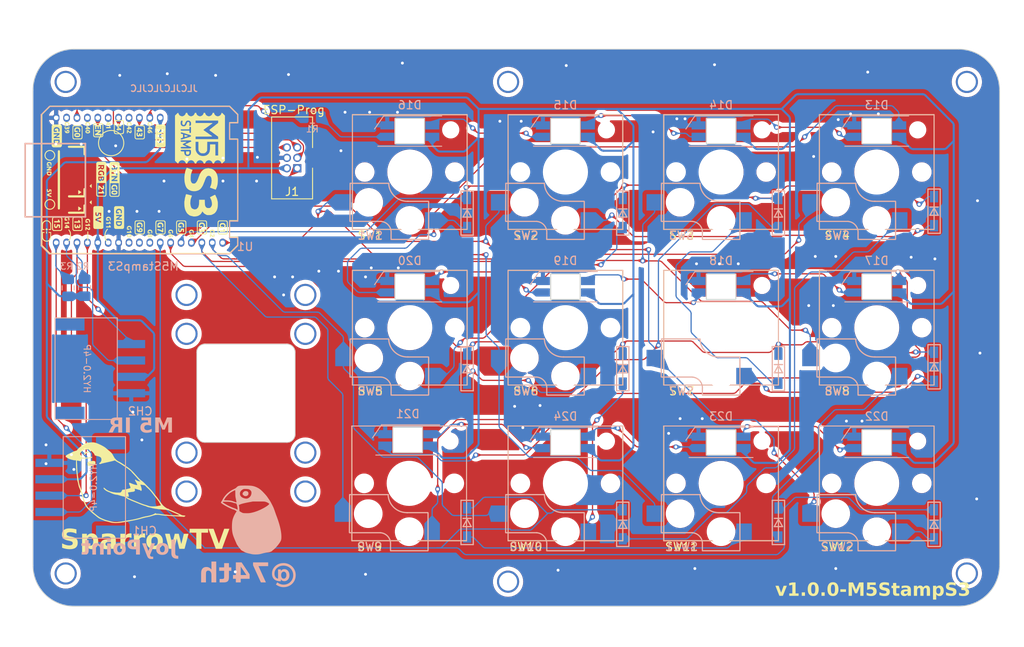
<source format=kicad_pcb>
(kicad_pcb (version 20221018) (generator pcbnew)
  (layers (0 "F.Cu" signal) (31 "B.Cu" signal) (34 "B.Paste" user) (35 "F.Paste" user) (36 "B.SilkS" user "B.Silkscreen") (37 "F.SilkS" user "F.Silkscreen") (38 "B.Mask" user) (39 "F.Mask" user) (44 "Edge.Cuts" user))
  (net 0 "")
  (net 1 "/SCL")
  (net 2 "/SDA")
  (net 3 "+3V3")
  (net 4 "GND")
  (net 5 "/IR_IN")
  (net 6 "/COL1")
  (net 7 "/IR_OUT")
  (net 8 "/COL2")
  (net 9 "/COL3")
  (net 10 "/COL4")
  (net 11 "/ROW1")
  (net 12 "/ROW2")
  (net 13 "/ROW3")
  (net 14 "/LED")
  (net 15 "+5V")
  (net 16 "/BOOT")
  (net 17 "/EN")
  (net 18 "/RXD")
  (net 19 "/TXD")
  (net 20 "Net-(D1-A)")
  (net 21 "Net-(D2-A)")
  (net 22 "Net-(D3-A)")
  (net 23 "Net-(D4-A)")
  (net 24 "Net-(D5-A)")
  (net 25 "Net-(D6-A)")
  (net 26 "Net-(D7-A)")
  (net 27 "Net-(D8-A)")
  (net 28 "Net-(D9-A)")
  (net 29 "Net-(D10-A)")
  (net 30 "Net-(D11-A)")
  (net 31 "Net-(D12-A)")
  (net 32 "Net-(D13-DOUT)")
  (net 33 "Net-(D13-DIN)")
  (net 34 "Net-(D14-DIN)")
  (net 35 "Net-(D15-DIN)")
  (net 36 "Net-(D16-DIN)")
  (net 37 "Net-(D17-DOUT)")
  (net 38 "Net-(D17-DIN)")
  (net 39 "Net-(D18-DIN)")
  (net 40 "Net-(D19-DIN)")
  (net 41 "Net-(D21-DOUT)")
  (net 43 "Net-(D22-DIN)")
  (net 44 "Net-(D23-DIN)")
  (footprint "$sparrow62:D3_SMD_v2" (layer "F.Cu") (at 163 88 -90)
    (fp_text reference "D12" hide)
    (fp_text value "1N4148W" hide)
  )
  (footprint "$sparrow62:Choc_1Side_1.0u" (layer "F.Cu") (at 98.9302 83)
    (fp_text reference "SW9" hide)
    (fp_text value "SW_Push" hide)
  )
  (footprint "$sparrow62:M2_v2" (layer "F.Cu") (at 111 95)
    (fp_text reference "H7" hide)
    (fp_text value "M2_v2" hide)
  )
  (footprint "$sparrow62:Choc_1Side_1.0u" (layer "F.Cu") (at 156 64)
    (fp_text reference "SW8" hide)
    (fp_text value "SW_Push" hide)
  )
  (footprint "$sparrow62:D3_SMD_v2" (layer "F.Cu") (at 144 69 -90)
    (fp_text reference "D8" hide)
    (fp_text value "1N4148W" hide)
  )
  (footprint "$sparrow62:D3_SMD_v2" (layer "F.Cu") (at 106 69 -90)
    (fp_text reference "D6" hide)
    (fp_text value "1N4148W" hide)
  )
  (footprint "$74th:BoxPinHeader_2x03_P1.27mm_Vertical" (layer "F.Cu") (at 84.635 43.27 180)
    (fp_text reference "J1")
    (fp_text value "ESPProg-Port")
  )
  (footprint "$sparrow62:Sparrow2_oneside" (layer "F.Cu") (at 64.3 82.9)
    (fp_text reference "G***" hide)
    (fp_text value "LOGO" hide)
  )
  (footprint "$sparrow62:D3_SMD_v2" (layer "F.Cu") (at 144 50 -90)
    (fp_text reference "D4" hide)
    (fp_text value "1N4148W" hide)
  )
  (footprint "$sparrow62:D3_SMD_v2" (layer "F.Cu") (at 144 87.775 -90)
    (fp_text reference "D10" hide)
    (fp_text value "1N4148W" hide)
  )
  (footprint "$sparrow62:Choc_1Side_1.0u" (layer "F.Cu") (at 118 83)
    (fp_text reference "SW10" hide)
    (fp_text value "SW_Push" hide)
  )
  (footprint "$sparrow62:M2_v2" (layer "F.Cu") (at 167 34)
    (fp_text reference "H3" hide)
    (fp_text value "M2_v2" hide)
  )
  (footprint "$sparrow62:Choc_1Side_1.0u" (layer "F.Cu") (at 137 64)
    (fp_text reference "SW7" hide)
    (fp_text value "SW_Push" hide)
  )
  (footprint "$sparrow62:Choc_1Side_1.0u" (layer "F.Cu") (at 118 64)
    (fp_text reference "SW6" hide)
    (fp_text value "SW_Push" hide)
  )
  (footprint "$sparrow62:Choc_1Side_1.0u" (layer "F.Cu") (at 137 83)
    (fp_text reference "SW11" hide)
    (fp_text value "SW_Push" hide)
  )
  (footprint "$sparrow62:Choc_1Side_1.0u" (layer "F.Cu") (at 156 45)
    (fp_text reference "SW4" hide)
    (fp_text value "SW_Push" hide)
  )
  (footprint "$sparrow62:M2_v2" (layer "F.Cu") (at 57 94)
    (fp_text reference "H5" hide)
    (fp_text value "M2_v2" hide)
  )
  (footprint "$sparrow62:D3_SMD_v2" (layer "F.Cu") (at 106 87.775 -90)
    (fp_text reference "D9" hide)
    (fp_text value "1N4148W" hide)
  )
  (footprint "$sparrow62:D3_SMD_v2" (layer "F.Cu") (at 163 49.775 -90)
    (fp_text reference "D1" hide)
    (fp_text value "1N4148W" hide)
  )
  (footprint "$sparrow62:D3_SMD_v2" (layer "F.Cu") (at 125 69 -90)
    (fp_text reference "D7" hide)
    (fp_text value "1N4148W" hide)
  )
  (footprint "$sparrow62:D3_SMD_v2" (layer "F.Cu") (at 106 50 -90)
    (fp_text reference "D2" hide)
    (fp_text value "1N4148W" hide)
  )
  (footprint "$sparrow62:D3_SMD_v2" (layer "F.Cu") (at 125 88 -90)
    (fp_text reference "D11" hide)
    (fp_text value "1N4148W" hide)
  )
  (footprint "$sparrow62:Choc_1Side_1.0u" (layer "F.Cu") (at 99 64)
    (fp_text reference "SW5" hide)
    (fp_text value "SW_Push" hide)
  )
  (footprint "$sparrow62:M2_v2" (layer "F.Cu") (at 167 94)
    (fp_text reference "H6" hide)
    (fp_text value "M2_v2" hide)
  )
  (footprint "$sparrow62:M2_v2" (layer "F.Cu") (at 57 34)
    (fp_text reference "H1" hide)
    (fp_text value "M2_v2" hide)
  )
  (footprint "$sparrow62:Choc_1Side_1.0u" (layer "F.Cu") (at 118 45)
    (fp_text reference "SW2" hide)
    (fp_text value "SW_Push" hide)
  )
  (footprint "$sparrow62:D3_SMD_v2" (layer "F.Cu") (at 125 50 -90)
    (fp_text reference "D3" hide)
    (fp_text value "1N4148W" hide)
  )
  (footprint "$sparrow62:pointer_device_top" (layer "F.Cu") (at 79 72)
    (fp_text reference "H4" hide)
    (fp_text value "pointer_device_top")
    (fp_line (start -6 -5) (end -6 5) (stroke (width 0.1)) (layer "Edge.Cuts"))
    (fp_line (start 5 -6) (end -5 -6) (stroke (width 0.1)) (layer "Edge.Cuts"))
    (fp_line (start 5 6) (end -5 6) (stroke (width 0.1)) (layer "Edge.Cuts"))
    (fp_line (start 6 -5) (end 6 5) (stroke (width 0.1)) (layer "Edge.Cuts"))
    (fp_arc (start -6 -5) (mid -5.707107 -5.707107) (end -5 -6) (stroke (width 0.1)) (layer "Edge.Cuts"))
    (fp_arc (start -5 6) (mid -5.707107 5.707107) (end -6 5) (stroke (width 0.1)) (layer "Edge.Cuts"))
    (fp_arc (start 5 -6) (mid 5.707107 -5.707107) (end 6 -5) (stroke (width 0.1)) (layer "Edge.Cuts"))
    (fp_arc (start 6 5) (mid 5.707107 5.707107) (end 5 6) (stroke (width 0.1)) (layer "Edge.Cuts"))
  )
  (footprint "$sparrow62:Choc_1Side_1.0u" (layer "F.Cu") (at 99 45)
    (fp_text reference "SW1" hide)
    (fp_text value "SW_Push" hide)
  )
  (footprint "$sparrow62:Choc_1Side_1.0u" (layer "F.Cu") (at 137 45)
    (fp_text reference "SW3" hide)
    (fp_text value "SW_Push" hide)
  )
  (footprint "$sparrow62:D3_SMD_v2" (layer "F.Cu") (at 163 68.775 -90)
    (fp_text reference "D5" hide)
    (fp_text value "1N4148W" hide)
  )
  (footprint "$sparrow62:Choc_1Side_1.0u" (layer "F.Cu") (at 156 83)
    (fp_text reference "SW12" hide)
    (fp_text value "SW_Push" hide)
  )
  (footprint "$sparrow62:M2_v2" (layer "F.Cu") (at 111 34)
    (fp_text reference "H2" hide)
    (fp_text value "M2_v2" hide)
  )
  (footprint "$74th:HY2.0_Socket_SMD_4Pin" (layer "B.Cu") (at 65 69 90)
    (fp_text reference "CH2")
    (fp_text value "M5 IR Unit")
  )
  (footprint "$74th:YS-SK6812MINI-E-BACK-RIGHT" (layer "B.Cu") (at 137 40)
    (fp_text reference "D14")
    (fp_text value "SK6812MINI")
    (fp_line (start -1.8 -1.55) (end 1.8 -1.55) (stroke (width 0.12)) (layer "Edge.Cuts"))
    (fp_line (start -1.8 1.55) (end -1.8 -1.55) (stroke (width 0.12)) (layer "Edge.Cuts"))
    (fp_line (start 1.8 -1.55) (end 1.8 1.55) (stroke (width 0.12)) (layer "Edge.Cuts"))
    (fp_line (start 1.8 1.55) (end -1.8 1.55) (stroke (width 0.12)) (layer "Edge.Cuts"))
  )
  (footprint "$74th:YS-SK6812MINI-E-BACK-RIGHT" (layer "B.Cu") (at 137 78)
    (fp_text reference "D23")
    (fp_text value "SK6812MINI")
    (fp_line (start -1.8 -1.55) (end 1.8 -1.55) (stroke (width 0.12)) (layer "Edge.Cuts"))
    (fp_line (start -1.8 1.55) (end -1.8 -1.55) (stroke (width 0.12)) (layer "Edge.Cuts"))
    (fp_line (start 1.8 -1.55) (end 1.8 1.55) (stroke (width 0.12)) (layer "Edge.Cuts"))
    (fp_line (start 1.8 1.55) (end -1.8 1.55) (stroke (width 0.12)) (layer "Edge.Cuts"))
  )
  (footprint "$74th:YS-SK6812MINI-E-BACK-RIGHT" (layer "B.Cu") (at 156 59)
    (fp_text reference "D17")
    (fp_text value "SK6812MINI")
    (fp_line (start -1.8 -1.55) (end 1.8 -1.55) (stroke (width 0.12)) (layer "Edge.Cuts"))
    (fp_line (start -1.8 1.55) (end -1.8 -1.55) (stroke (width 0.12)) (layer "Edge.Cuts"))
    (fp_line (start 1.8 -1.55) (end 1.8 1.55) (stroke (width 0.12)) (layer "Edge.Cuts"))
    (fp_line (start 1.8 1.55) (end -1.8 1.55) (stroke (width 0.12)) (layer "Edge.Cuts"))
  )
  (footprint "$74th:YS-SK6812MINI-E-BACK-RIGHT" (layer "B.Cu") (at 99 59)
    (fp_text reference "D20")
    (fp_text value "SK6812MINI")
    (fp_line (start -1.8 -1.55) (end 1.8 -1.55) (stroke (width 0.12)) (layer "Edge.Cuts"))
    (fp_line (start -1.8 1.55) (end -1.8 -1.55) (stroke (width 0.12)) (layer "Edge.Cuts"))
    (fp_line (start 1.8 -1.55) (end 1.8 1.55) (stroke (width 0.12)) (layer "Edge.Cuts"))
    (fp_line (start 1.8 1.55) (end -1.8 1.55) (stroke (width 0.12)) (layer "Edge.Cuts"))
  )
  (footprint "$74th:HY2.0_Socket_SMD_4Pin" (layer "B.Cu") (at 55 83.5 -90)
    (fp_text reference "CH1")
    (fp_text value "JoyPoint")
  )
  (footprint "$74th-imported:STAMP-S3-DIP" (layer "B.Cu") (at 66 46 90)
    (fp_text reference "U1")
    (fp_text value "M5StampS3")
  )
  (footprint "$74th:Capacitor_0805_2012" (layer "B.Cu") (at 57.3 59.1375 90)
    (fp_text reference "R3")
    (fp_text value "10k" hide)
  )
  (footprint "$74th:YS-SK6812MINI-E-BACK-RIGHT" (layer "B.Cu") (at 137 59)
    (fp_text reference "D18")
    (fp_text value "SK6812MINI")
    (fp_line (start -1.8 -1.55) (end 1.8 -1.55) (stroke (width 0.12)) (layer "Edge.Cuts"))
    (fp_line (start -1.8 1.55) (end -1.8 -1.55) (stroke (width 0.12)) (layer "Edge.Cuts"))
    (fp_line (start 1.8 -1.55) (end 1.8 1.55) (stroke (width 0.12)) (layer "Edge.Cuts"))
    (fp_line (start 1.8 1.55) (end -1.8 1.55) (stroke (width 0.12)) (layer "Edge.Cuts"))
  )
  (footprint "$74th:Capacitor_0805_2012" (layer "B.Cu") (at 87.1 38.3 180)
    (fp_text reference "R1")
    (fp_text value "27" hide)
  )
  (footprint "$74th:YS-SK6812MINI-E-BACK-RIGHT" (layer "B.Cu") (at 99 40)
    (fp_text reference "D16")
    (fp_text value "SK6812MINI")
    (fp_line (start -1.8 -1.55) (end 1.8 -1.55) (stroke (width 0.12)) (layer "Edge.Cuts"))
    (fp_line (start -1.8 1.55) (end -1.8 -1.55) (stroke (width 0.12)) (layer "Edge.Cuts"))
    (fp_line (start 1.8 -1.55) (end 1.8 1.55) (stroke (width 0.12)) (layer "Edge.Cuts"))
    (fp_line (start 1.8 1.55) (end -1.8 1.55) (stroke (width 0.12)) (layer "Edge.Cuts"))
  )
  (footprint "$74th:YS-SK6812MINI-E-BACK-RIGHT" (layer "B.Cu") (at 98.75 77.7)
    (fp_text reference "D21")
    (fp_text value "SK6812MINI")
    (fp_line (start -1.8 -1.55) (end 1.8 -1.55) (stroke (width 0.12)) (layer "Edge.Cuts"))
    (fp_line (start -1.8 1.55) (end -1.8 -1.55) (stroke (width 0.12)) (layer "Edge.Cuts"))
    (fp_line (start 1.8 -1.55) (end 1.8 1.55) (stroke (width 0.12)) (layer "Edge.Cuts"))
    (fp_line (start 1.8 1.55) (end -1.8 1.55) (stroke (width 0.12)) (layer "Edge.Cuts"))
  )
  (footprint "$74th:YS-SK6812MINI-E-BACK-RIGHT" (layer "B.Cu") (at 118 78)
    (fp_text reference "D24")
    (fp_text value "SK6812MINI")
    (fp_line (start -1.8 -1.55) (end 1.8 -1.55) (stroke (width 0.12)) (layer "Edge.Cuts"))
    (fp_line (start -1.8 1.55) (end -1.8 -1.55) (stroke (width 0.12)) (layer "Edge.Cuts"))
    (fp_line (start 1.8 -1.55) (end 1.8 1.55) (stroke (width 0.12)) (layer "Edge.Cuts"))
    (fp_line (start 1.8 1.55) (end -1.8 1.55) (stroke (width 0.12)) (layer "Edge.Cuts"))
  )
  (footprint "$74th:YS-SK6812MINI-E-BACK-RIGHT" (layer "B.Cu") (at 118 40)
    (fp_text reference "D15")
    (fp_text value "SK6812MINI")
    (fp_line (start -1.8 -1.55) (end 1.8 -1.55) (stroke (width 0.12)) (layer "Edge.Cuts"))
    (fp_line (start -1.8 1.55) (end -1.8 -1.55) (stroke (width 0.12)) (layer "Edge.Cuts"))
    (fp_line (start 1.8 -1.55) (end 1.8 1.55) (stroke (width 0.12)) (layer "Edge.Cuts"))
    (fp_line (start 1.8 1.55) (end -1.8 1.55) (stroke (width 0.12)) (layer "Edge.Cuts"))
  )
  (footprint "$74th:JLCJLCJLCJLC" (layer "B.Cu") (at 69 34.8 180)
    (fp_text reference "REF**" hide)
    (fp_text value "JLCJLCJLCJLC")
  )
  (footprint "$74th:YS-SK6812MINI-E-BACK-RIGHT" (layer "B.Cu") (at 156 78)
    (fp_text reference "D22")
    (fp_text value "SK6812MINI")
    (fp_line (start -1.8 -1.55) (end 1.8 -1.55) (stroke (width 0.12)) (layer "Edge.Cuts"))
    (fp_line (start -1.8 1.55) (end -1.8 -1.55) (stroke (width 0.12)) (layer "Edge.Cuts"))
    (fp_line (start 1.8 -1.55) (end 1.8 1.55) (stroke (width 0.12)) (layer "Edge.Cuts"))
    (fp_line (start 1.8 1.55) (end -1.8 1.55) (stroke (width 0.12)) (layer "Edge.Cuts"))
  )
  (footprint "$74th:YS-SK6812MINI-E-BACK-RIGHT" (layer "B.Cu") (at 156 40)
    (fp_text reference "D13")
    (fp_text value "SK6812MINI")
    (fp_line (start -1.8 -1.55) (end 1.8 -1.55) (stroke (width 0.12)) (layer "Edge.Cuts"))
    (fp_line (start -1.8 1.55) (end -1.8 -1.55) (stroke (width 0.12)) (layer "Edge.Cuts"))
    (fp_line (start 1.8 -1.55) (end 1.8 1.55) (stroke (width 0.12)) (layer "Edge.Cuts"))
    (fp_line (start 1.8 1.55) (end -1.8 1.55) (stroke (width 0.12)) (layer "Edge.Cuts"))
  )
  (footprint "$74th:Capacitor_0805_2012" (layer "B.Cu") (at 59.3 59.1175 90)
    (fp_text reference "R2")
    (fp_text value "10k" hide)
  )
  (footprint "$74th:YS-SK6812MINI-E-BACK-RIGHT" (layer "B.Cu") (at 118 59)
    (fp_text reference "D19")
    (fp_text value "SK6812MINI")
    (fp_line (start -1.8 -1.55) (end 1.8 -1.55) (stroke (width 0.12)) (layer "Edge.Cuts"))
    (fp_line (start -1.8 1.55) (end -1.8 -1.55) (stroke (width 0.12)) (layer "Edge.Cuts"))
    (fp_line (start 1.8 -1.55) (end 1.8 1.55) (stroke (width 0.12)) (layer "Edge.Cuts"))
    (fp_line (start 1.8 1.55) (end -1.8 1.55) (stroke (width 0.12)) (layer "Edge.Cuts"))
  )
  (footprint "$74th:74th-10mm" (layer "B.Cu") (at 79.9 87.9 180)
    (fp_text reference "G***" hide)
    (fp_text value "LOGO" hide)
  )
  (gr_arc (start 171 93) (mid 169.535534 96.535534) (end 166 98) (stroke (width 0.1)) (layer "Edge.Cuts"))
  (gr_arc (start 53 35) (mid 54.464466 31.464466) (end 58 30) (stroke (width 0.1)) (layer "Edge.Cuts"))
  (gr_arc (start 58 98) (mid 54.464466 96.535534) (end 53 93) (stroke (width 0.1)) (layer "Edge.Cuts"))
  (gr_line (start 58 30) (end 166 30) (stroke (width 0.1)) (layer "Edge.Cuts"))
  (gr_line (start 53 93) (end 53 35) (stroke (width 0.1)) (layer "Edge.Cuts"))
  (gr_arc (start 166 30) (mid 169.535534 31.464466) (end 171 35) (stroke (width 0.1)) (layer "Edge.Cuts"))
  (gr_line (start 166 98) (end 58 98) (stroke (width 0.1)) (layer "Edge.Cuts"))
  (gr_line (start 171 35) (end 171 93) (stroke (width 0.1)) (layer "Edge.Cuts"))
  (gr_text "JoyPoint" (at 70.6 92) (layer "B.SilkS") (effects (font (size 1.8 1.8) (thickness 0.4) bold) (justify left bottom mirror)))
  (gr_text "@74th" (at 85.3 95.5) (layer "B.SilkS") (effects (font (size 2.4 2.4) (thickness 0.4) bold) (justify left bottom mirror)))
  (gr_text "M5 IR" (at 70.2 77.1) (layer "B.SilkS") (effects (font (size 1.8 1.8) (thickness 0.4) bold) (justify left bottom mirror)))
  (gr_text "ESP-Prog" (at 81 38) (layer "F.SilkS") (effects (font (size 1 1) (thickness 0.14)) (justify left bottom)))
  (gr_text "v1.0.0-M5StampS3" (at 143.6 97) (layer "F.SilkS") (effects (font (size 1.6 1.6) (thickness 0.4) bold) (justify left bottom)))
  (gr_text "SparrowTV" (at 56.3 91.4) (layer "F.SilkS") (effects (font (size 2.4 2.4) (thickness 0.4) bold) (justify left bottom)))
  (segment (start 55.986447 75.152847) (end 57.08 76.2464) (width 0.15) (layer "F.Cu") (net 1))
  (segment (start 55.84 53.62) (end 55.84 74.799293) (width 0.15) (layer "F.Cu") (net 1))
  (via (at 57.08 76.2464) (size 0.6) (drill 0.35) (layers "F.Cu" "B.Cu") (net 1))
  (arc (start 55.84 74.799293) (mid 55.87806 74.990635) (end 55.986447 75.152847) (width 0.15) (layer "F.Cu") (net 1))
  (segment (start 58.896447 86.353553) (end 60.003554 85.246446) (width 0.15) (layer "B.Cu") (net 1))
  (segment (start 60.15 79.523507) (end 60.15 84.892893) (width 0.15) (layer "B.Cu") (net 1))
  (segment (start 55 86.5) (end 58.542893 86.5) (width 0.15) (layer "B.Cu") (net 1))
  (segment (start 55.8 56.392893) (end 55.8 53.66) (width 0.15) (layer "B.Cu") (net 1))
  (segment (start 57.3 58.1) (end 55.946446 56.746446) (width 0.15) (layer "B.Cu") (net 1))
  (segment (start 55.8 53.66) (end 55.84 53.62) (width 0.15) (layer "B.Cu") (net 1))
  (segment (start 57.08 76.2464) (end 60.003554 79.169954) (width 0.15) (layer "B.Cu") (net 1))
  (arc (start 55.946446 56.746446) (mid 55.83806 56.584234) (end 55.8 56.392893) (width 0.15) (layer "B.Cu") (net 1))
  (arc (start 60.15 84.892893) (mid 60.11194 85.084234) (end 60.003554 85.246446) (width 0.15) (layer "B.Cu") (net 1))
  (arc (start 60.003554 79.169954) (mid 60.11194 79.332166) (end 60.15 79.523507) (width 0.15) (layer "B.Cu") (net 1))
  (arc (start 58.542893 86.5) (mid 58.734235 86.46194) (end 58.896447 86.353553) (width 0.15) (layer "B.Cu") (net 1))
  (segment (start 57.7 69.292893) (end 57.7 58.307107) (width 0.15) (layer "F.Cu") (net 2))
  (segment (start 57.846446 57.953554) (end 58.233553 57.566447) (width 0.15) (layer "F.Cu") (net 2))
  (segment (start 58.38 57.212893) (end 58.38 53.62) (width 0.15) (layer "F.Cu") (net 2))
  (segment (start 59.353553 71.153553) (end 57.846446 69.646446) (width 0.15) (layer "F.Cu") (net 2))
  (segment (start 59.5 84.5) (end 59.5 71.507107) (width 0.15) (layer "F.Cu") (net 2))
  (via (at 59.5 84.5) (size 0.6) (drill 0.35) (layers "F.Cu" "B.Cu") (net 2))
  (arc (start 59.5 71.507107) (mid 59.46194 71.315765) (end 59.353553 71.153553) (width 0.15) (layer "F.Cu") (net 2))
  (arc (start 57.7 69.292893) (mid 57.73806 69.484234) (end 57.846446 69.646446) (width 0.15) (layer "F.Cu") (net 2))
  (arc (start 57.7 58.307107) (mid 57.738062 58.115766) (end 57.846446 57.953554) (width 0.15) (layer "F.Cu") (net 2))
  (arc (start 58.233553 57.566447) (mid 58.34194 57.404235) (end 58.38 57.212893) (width 0.15) (layer "F.Cu") (net 2))
  (segment (start 59.3 58.08) (end 59.151546 57.931546) (width 0.15) (layer "B.Cu") (net 2))
  (segment (start 58.38 53.62) (end 58.38 55.18) (width 0.15) (layer "B.Cu") (net 2))
  (segment (start 59.0051 57.577993) (end 59.0051 56.107107) (width 0.15) (layer "B.Cu") (net 2))
  (segment (start 58.4 55.2) (end 58.4 55.2949) (width 0.15) (layer "B.Cu") (net 2))
  (segment (start 59.5 84.5) (end 55 84.5) (width 0.15) (layer "B.Cu") (net 2))
  (segment (start 58.4 55.2949) (end 58.858654 55.753554) (width 0.15) (layer "B.Cu") (net 2))
  (segment (start 58.38 55.18) (end 58.4 55.2) (width 0.15) (layer "B.Cu") (net 2))
  (arc (start 59.0051 56.107107) (mid 58.96704 55.915766) (end 58.858654 55.753554) (width 0.15) (layer "B.Cu") (net 2))
  (arc (start 59.151546 57.931546) (mid 59.04316 57.769334) (end 59.0051 57.577993) (width 0.15) (layer "B.Cu") (net 2))
  (segment (start 54.7 58.4) (end 54.7 58.6) (width 0.25) (layer "B.Cu") (net 3))
  (segment (start 57.32 60.155) (end 56.462107 60.155) (width 0.25) (layer "B.Cu") (net 3))
  (segment (start 59.3 60.155) (end 57.32 60.155) (width 0.25) (layer "B.Cu") (net 3))
  (segment (start 55 82.5) (end 58.542893 82.5) (width 0.25) (layer "B.Cu") (net 3))
  (segment (start 66.692893 43.8) (end 57.107107 43.8) (width 0.25) (layer "B.Cu") (net 3))
  (segment (start 57.32 60.155) (end 57.3 60.175) (width 0.25) (layer "B.Cu") (net 3))
  (segment (start 59.55 79.957107) (end 59.55 81.492893) (width 0.25) (layer "B.Cu") (net 3))
  (segment (start 54.846447 75.046447) (end 59.403554 79.603554) (width 0.25) (layer "B.Cu") (net 3))
  (segment (start 54.7 58.4) (end 54.7 74.692893) (width 0.25) (layer "B.Cu") (net 3))
  (segment (start 58.896447 82.353553) (end 59.403554 81.846446) (width 0.25) (layer "B.Cu") (net 3))
  (segment (start 54.7 46.207107) (end 54.7 58.4) (width 0.25) (layer "B.Cu") (net 3))
  (segment (start 68.393553 42.306447) (end 67.046446 43.653554) (width 0.25) (layer "B.Cu") (net 3))
  (segment (start 56.108553 60.008553) (end 54.7 58.6) (width 0.25) (layer "B.Cu") (net 3))
  (segment (start 56.753553 43.946447) (end 54.846446 45.853554) (width 0.25) (layer "B.Cu") (net 3))
  (segment (start 68.54 38.38) (end 68.54 41.952893) (width 0.25) (layer "B.Cu") (net 3))
  (arc (start 54.7 74.692893) (mid 54.73806 74.884235) (end 54.846447 75.046447) (width 0.25) (layer "B.Cu") (net 3))
  (arc (start 58.896447 82.353553) (mid 58.734235 82.46194) (end 58.542893 82.5) (width 0.25) (layer "B.Cu") (net 3))
  (arc (start 68.54 41.952893) (mid 68.50194 42.144235) (end 68.393553 42.306447) (width 0.25) (layer "B.Cu") (net 3))
  (arc (start 56.753553 43.946447) (mid 56.915765 43.83806) (end 57.107107 43.8) (width 0.25) (layer "B.Cu") (net 3))
  (arc (start 59.55 79.957107) (mid 59.51194 79.765766) (end 59.403554 79.603554) (width 0.25) (layer "B.Cu") (net 3))
  (arc (start 59.403554 81.846446) (mid 59.51194 81.684234) (end 59.55 81.492893) (width 0.25) (layer "B.Cu") (net 3))
  (arc (start 67.046446 43.653554) (mid 66.884234 43.76194) (end 66.692893 43.8) (width 0.25) (layer "B.Cu") (net 3))
  (arc (start 54.846446 45.853554) (mid 54.73806 46.015766) (end 54.7 46.207107) (width 0.25) (layer "B.Cu") (net 3))
  (arc (start 56.108553 60.008553) (mid 56.270765 60.11694) (end 56.462107 60.155) (width 0.25) (layer "B.Cu") (net 3))
  (via (at 54.6 80.6) (size 0.6) (drill 0.35) (layers "F.Cu" "B.Cu") (net 4))
  (via (at 80.4 43.2) (size 0.6) (drill 0.35) (layers "F.Cu" "B.Cu") (net 4))
  (via (at 134 56.2) (size 0.6) (drill 0.35) (layers "F.Cu" "B.Cu") (net 4))
  (via (at 84.2 33.1) (size 0.6) (drill 0.35) (layers "F.Cu" "B.Cu") (net 4))
  (via (at 68.4 49.8) (size 0.6) (drill 0.35) (layers "F.Cu" "B.Cu") (net 4))
  (via (at 58 81.3) (size 0.6) (drill 0.35) (layers "F.Cu" "B.Cu") (net 4))
  (via (at 63.1 41.8) (size 0.6) (drill 0.35) (layers "F.Cu" "B.Cu") (net 4))
  (via (at 148.5 55.3) (size 0.6) (drill 0.35) (layers "F.Cu" "B.Cu") (net 4))
  (via (at 132 75.1) (size 0.6) (drill 0.35) (layers "F.Cu" "B.Cu") (net 4))
  (via (at 136.2 31.9) (size 0.6) (drill 0.35) (layers "F.Cu" "B.Cu") (net 4))
  (via (at 132.6 38.5) (size 0.6) (drill 0.35) (layers "F.Cu" "B.Cu") (net 4))
  (via (at 75.3 33.2) (size 0.6) (drill 0.35) (layers "F.Cu" "B.Cu") (net 4))
  (via (at 62.3 49.8) (size 0.6) (drill 0.35) (layers "F.Cu" "B.Cu") (net 4))
  (via (at 156.2 37.9) (size 0.6) (drill 0.35) (layers "F.Cu" "B.Cu") (net 4))
  (via (at 139.1 56.2) (size 0.6) (drill 0.35) (layers "F.Cu" "B.Cu") (net 4))
  (via (at 133.8 93.4) (size 0.6) (drill 0.35) (layers "F.Cu" "B.Cu") (net 4))
  (via (at 128.7 40.1) (size 0.6) (drill 0.35) (layers "F.Cu" "B.Cu") (net 4))
  (via (at 168.3 48.5) (size 0.6) (drill 0.35) (layers "F.Cu" "B.Cu") (net 4))
  (via (at 80.3 46.1) (size 0.6) (drill 0.35) (layers "F.Cu" "B.Cu") (net 4))
  (via (at 66.3 77.7) (size 0.6) (drill 0.35) (layers "F.Cu" "B.Cu") (net 4))
  (via (at 76.2 46.1) (size 0.6) (drill 0.35) (layers "F.Cu" "B.Cu") (net 4))
  (via (at 57.7 79.5) (size 0.6) (drill 0.35) (layers "F.Cu" "B.Cu") (net 4))
  (via (at 152.8 37.9) (size 0.6) (drill 0.35) (layers "F.Cu" "B.Cu") (net 4))
  (via (at 82.5 57.8) (size 0.6) (drill 0.35) (layers "F.Cu" "B.Cu") (net 4))
  (via (at 168.2 84.9) (size 0.6) (drill 0.35) (layers "F.Cu" "B.Cu") (net 4))
  (via (at 63.6 33.2) (size 0.6) (drill 0.35) (layers "F.Cu" "B.Cu") (net 4))
  (via (at 112.6 38.8) (size 0.6) (drill 0.35) (layers "F.Cu" "B.Cu") (net 4))
  (via (at 147.7 61.3) (size 0.6) (drill 0.35) (layers "F.Cu" "B.Cu") (net 4))
  (via (at 87.9 57.1) (size 0.6) (drill 0.35) (layers "F.Cu" "B.Cu") (net 4))
  (via (at 136.8 56.2) (size 0.6) (drill 0.35) (layers "F.Cu" "B.Cu") (net 4))
  (via (at 54.6 78.3) (size 0.6) (drill 0.35) (layers "F.Cu" "B.Cu") (net 4))
  (via (at 94.3 56.7) (size 0.6) (drill 0.35) (layers "F.Cu" "B.Cu") (net 4))
  (via (at 110 38.8) (size 0.6) (drill 0.35) (layers "F.Cu" "B.Cu") (net 4))
  (via (at 148.3 43.1) (size 0.6) (drill 0.35) (layers "F.Cu" "B.Cu") (net 4))
  (via (at 152.3 75.4) (size 0.6) (drill 0.35) (layers "F.Cu" "B.Cu") (net 4))
  (via (at 130.6 76.9) (size 0.6) (drill 0.35) (layers "F.Cu" "B.Cu") (net 4))
  (via (at 71.8 43.4) (size 0.6) (drill 0.35) (layers "F.Cu" "B.Cu") (net 4))
  (via (at 90.3 57.1) (size 0.6) (drill 0.35) (layers "F.Cu" "B.Cu") (net 4))
  (via (at 69.4 33) (size 0.6) (drill 0.35) (layers "F.Cu" "B.Cu") (net 4))
  (via (at 134.7 75.1) (size 0.6) (drill 0.35) (layers "F.Cu" "B.Cu") (net 4))
  (via (at 117.1 93.6) (size 0.6) (drill 0.35) (layers "F.Cu" "B.Cu") (net 4))
  (via (at 77.7 93.8) (size 0.6) (drill 0.35) (layers "F.Cu" "B.Cu") (net 4))
  (via (at 90.6 42.4) (size 0.6) (drill 0.35) (layers "F.Cu" "B.Cu") (net 4))
  (via (at 93.6 57.8) (size 0.6) (drill 0.35) (layers "F.Cu" "B.Cu") (net 4))
  (via (at 97.6 56.7) (size 0.6) (drill 0.35) (layers "F.Cu" "B.Cu") (net 4))
  (via (at 154.2 75.4) (size 0.6) (drill 0.35) (layers "F.Cu" "B.Cu") (net 4))
  (via (at 91.1 37.7) (size 0.6) (drill 0.35) (layers "F.Cu" "B.Cu") (net 4))
  (via (at 65.2 74.3) (size 0.6) (drill 0.35) (layers "F.Cu" "B.Cu") (net 4))
  (via (at 111.8 73.6) (size 0.6) (drill 0.35) (layers "F.Cu" "B.Cu") (net 4))
  (via (at 84.7 57.8) (size 0.6) (drill 0.35) (layers "F.Cu" "B.Cu") (net 4))
  (via (at 94.1 37.7) (size 0.6) (drill 0.35) (layers "F.Cu" "B.Cu") (net 4))
  (via (at 114.9 73.5) (size 0.6) (drill 0.35) (layers "F.Cu" "B.Cu") (net 4))
  (via (at 83.6 60) (size 0.6) (drill 0.35) (layers "F.Cu" "B.Cu") (net 4))
  (via (at 97.5 37.7) (size 0.6) (drill 0.35) (layers "F.Cu" "B.Cu") (net 4))
  (via (at 154.9 32.8) (size 0.6) (drill 0.35) (layers "F.Cu" "B.Cu") (net 4))
  (via (at 55.8 41.6) (size 0.6) (drill 0.35) (layers "F.Cu" "B.Cu") (net 4))
  (via (at 98.1 31.7) (size 0.6) (drill 0.35) (layers "F.Cu" "B.Cu") (net 4))
  (via (at 76.2 43.3) (size 0.6) (drill 0.35) (layers "F.Cu" "B.Cu") (net 4))
  (via (at 65.4 94.4) (size 0.6) (drill 0.35) (layers "F.Cu" "B.Cu") (net 4))
  (via (at 65.7 49.8) (size 0.6) (drill 0.35) (layers "F.Cu" "B.Cu") (net 4))
  (via (at 58.9 41.6) (size 0.6) (drill 0.35) (layers "F.Cu" "B.Cu") (net 4))
  (via (at 168.6 67.1) (size 0.6) (drill 0.35) (layers "F.Cu" "B.Cu") (net 4))
  (via (at 150.7 61.3) (size 0.6) (drill 0.35) (layers "F.Cu" "B.Cu") (net 4))
  (via (at 131.6 38.5) (size 0.6) (drill 0.35) (layers "F.Cu" "B.Cu") (net 4))
  (via (at 112.8 76.2) (size 0.6) (drill 0.35) (layers "F.Cu" "B.Cu") (net 4))
  (via (at 118.1 32) (size 0.6) (drill 0.35) (layers "F.Cu" "B.Cu") (net 4))
  (via (at 163.1 55.6) (size 0.6) (drill 0.35) (layers "F.Cu" "B.Cu") (net 4))
  (via (at 69 46.1) (size 0.6) (drill 0.35) (layers "F.Cu" "B.Cu") (net 4))
  (via (at 151 93.4) (size 0.6) (drill 0.35) (layers "F.Cu" "B.Cu") (net 4))
  (via (at 160.2 55.4) (size 0.6) (drill 0.35) (layers "F.Cu" "B.Cu") (net 4))
  (via (at 151.3 38.6) (size 0.6) (drill 0.35) (layers "F.Cu" "B.Cu") (net 4))
  (via (at 93.6 94.1) (size 0.6) (drill 0.35) (layers "F.Cu" "B.Cu") (net 4))
  (via (at 151 55.3) (size 0.6) (drill 0.35) (layers "F.Cu" "B.Cu") (net 4))
  (segment (start 59.65 53.62) (end 59.65 60.212093) (width 0.15) (layer "F.Cu") (net 5))
  (segment (start 59.796447 60.565647) (end 60.9736 61.7428) (width 0.15) (layer "F.Cu") (net 5))
  (via (at 60.9736 61.7428) (size 0.6) (drill 0.35) (layers "F.Cu" "B.Cu") (net 5))
  (arc (start 59.65 60.212093) (mid 59.68806 60.403435) (end 59.796447 60.565647) (width 0.15) (layer "F.Cu") (net 5))
  (segment (start 64.853553 65.622753) (end 60.9736 61.7428) (width 0.15) (layer "B.Cu") (net 5))
  (segment (start 65 66) (end 65 65.976307) (width 0.15) (layer "B.Cu") (net 5))
  (arc (start 65 65.976307) (mid 64.96194 65.784965) (end 64.853553 65.622753) (width 0.15) (layer "B.Cu") (net 5))
  (segment (start 87.653553 51.164647) (end 85.344646 53.473554) (width 0.15) (layer "F.Cu") (net 6))
  (segment (start 84.991093 53.62) (end 76.16 53.62) (width 0.15) (layer "F.Cu") (net 6))
  (segment (start 87.8 49.8) (end 87.8 50.811093) (width 0.15) (layer "F.Cu") (net 6))
  (segment (start 87.8 49.8) (end 89.034693 49.8) (width 0.15) (layer "F.Cu") (net 6))
  (segment (start 94.729907 55.081) (end 108.3181 55.081) (width 0.15) (layer "F.Cu") (net 6))
  (segment (start 89.388247 49.946447) (end 94.376354 54.934554) (width 0.15) (layer "F.Cu") (net 6))
  (via (at 87.8 49.8) (size 0.6) (drill 0.35) (layers "F.Cu" "B.Cu") (net 6))
  (via (at 108.3181 55.081) (size 0.6) (drill 0.35) (layers "F.Cu" "B.Cu") (net 6))
  (arc (start 94.729907 55.081) (mid 94.538566 55.04294) (end 94.376354 54.934554) (width 0.15) (layer "F.Cu") (net 6))
  (arc (start 84.991093 53.62) (mid 85.182434 53.58194) (end 85.344646 53.473554) (width 0.15) (layer "F.Cu") (net 6))
  (arc (start 87.8 50.811093) (mid 87.76194 51.002435) (end 87.653553 51.164647) (width 0.15) (layer "F.Cu") (net 6))
  (arc (start 89.034693 49.8) (mid 89.226035 49.83806) (end 89.388247 49.946447) (width 0.15) (layer "F.Cu") (net 6))
  (segment (start 109.9 75.933793) (end 109.9 67.7) (width 0.15) (layer "B.Cu") (net 6))
  (segment (start 119.199793 79.7938) (end 113.760007 79.7938) (width 0.15) (layer "B.Cu") (net 6))
  (segment (start 128.753553 85.328453) (end 125.007446 81.582346) (width 0.15) (layer "B.Cu") (net 6))
  (segment (start 108.464547 65.039447) (end 109.753554 66.328454) (width 0.15) (layer "B.Cu") (net 6))
  (segment (start 128.9 86.7) (end 128.9 85.682007) (width 0.15) (layer "B.Cu") (net 6))
  (segment (start 124.653893 81.4359) (end 121.256107 81.4359) (width 0.15) (layer "B.Cu") (net 6))
  (segment (start 120.902553 81.289453) (end 119.553346 79.940246) (width 0.15) (layer "B.Cu") (net 6))
  (segment (start 113.406453 79.647353) (end 110.046446 76.287346) (width 0.15) (layer "B.Cu") (net 6))
  (segment (start 87.8 49.8) (end 88.753554 48.846446) (width 0.15) (layer "B.Cu") (net 6))
  (segment (start 108.3181 55.081) (end 108.3181 64.685893) (width 0.15) (layer "B.Cu") (net 6))
  (segment (start 109.9 67.7) (end 109.9 66.682007) (width 0.15) (layer "B.Cu") (net 6))
  (segment (start 89.107107 48.7) (end 90.9 48.7) (width 0.15) (layer "B.Cu") (net 6))
  (arc (start 128.9 85.682007) (mid 128.86194 85.490665) (end 128.753553 85.328453) (width 0.15) (layer "B.Cu") (net 6))
  (arc (start 119.553346 79.940246) (mid 119.391134 79.83186) (end 119.199793 79.7938) (width 0.15) (layer "B.Cu") (net 6))
  (arc (start 121.256107 81.4359) (mid 121.064765 81.39784) (end 120.902553 81.289453) (width 0.15) (layer "B.Cu") (net 6))
  (arc (start 124.653893 81.4359) (mid 124.845234 81.47396) (end 125.007446 81.582346) (width 0.15) (layer "B.Cu") (net 6))
  (arc (start 109.9 66.682007) (mid 109.86194 66.490666) (end 109.753554 66.328454) (width 0.15) (layer "B.Cu") (net 6))
  (arc (start 89.107107 48.7) (mid 88.915766 48.73806) (end 88.753554 48.846446) (width 0.15) (layer "B.Cu") (net 6))
  (arc (start 108.3181 64.685893) (mid 108.35616 64.877235) (end 108.464547 65.039447) (width 0.15) (layer "B.Cu") (net 6))
  (arc (start 110.046446 76.287346) (mid 109.93806 76.125134) (end 109.9 75.933793) (width 0.15) (layer "B.Cu") (net 6))
  (arc (start 113.406453 79.647353) (mid 113.568665 79.75574) (end 113.760007 79.7938) (width 0.15) (layer "B.Cu") (net 6))
  (segment (start 60.146454 59.346454) (end 60.015147 59.215147) (width 0.15) (layer "B.Cu") (net 7))
  (segment (start 60.2929 65.885793) (end 60.2929 59.700007) (width 0.15) (layer "B.Cu") (net 7))
  (segment (start 58.592154 58.922254) (end 58.436447 58.766547) (width 0.15) (layer "B.Cu") (net 7))
  (segment (start 62.053553 67.853553) (end 60.439346 66.239346) (width 0.15) (layer "B.Cu") (net 7))
  (segment (start 58.29 58.412993) (end 58.29 56.597107) (width 0.15) (layer "B.Cu") (net 7))
  (segment (start 65 68) (end 62.407107 68) (width 0.15) (layer "B.Cu") (net 7))
  (segment (start 57.1 54.992893) (end 57.1 53.629998) (width 0.15) (layer "B.Cu") (net 7))
  (segment (start 59.661593 59.0687) (end 58.945707 59.0687) (width 0.15) (layer "B.Cu") (net 7))
  (segment (start 58.143554 56.243554) (end 57.246447 55.346447) (width 0.15) (layer "B.Cu") (net 7))
  (segment (start 57.1 53.629998) (end 57.109998 53.62) (width 0.15) (layer "B.Cu") (net 7))
  (arc (start 58.945707 59.0687) (mid 58.754366 59.03064) (end 58.592154 58.922254) (width 0.15) (layer "B.Cu") (net 7))
  (arc (start 60.2929 65.885793) (mid 60.33096 66.077134) (end 60.439346 66.239346) (width 0.15) (layer "B.Cu") (net 7))
  (arc (start 57.246447 55.346447) (mid 57.13806 55.184235) (end 57.1 54.992893) (width 0.15) (layer "B.Cu") (net 7))
  (arc (start 60.2929 59.700007) (mid 60.25484 59.508666) (end 60.146454 59.346454) (width 0.15) (layer "B.Cu") (net 7))
  (arc (start 58.436447 58.766547) (mid 58.32806 58.604335) (end 58.29 58.412993) (width 0.15) (layer "B.Cu") (net 7))
  (arc (start 62.407107 68) (mid 62.215765 67.96194) (end 62.053553 67.853553) (width 0.15) (layer "B.Cu") (net 7))
  (arc (start 58.29 56.597107) (mid 58.25194 56.405766) (end 58.143554 56.243554) (width 0.15) (layer "B.Cu") (net 7))
  (arc (start 60.015147 59.215147) (mid 59.852935 59.10676) (end 59.661593 59.0687) (width 0.15) (layer "B.Cu") (net 7))
  (segment (start 74.89 53.62) (end 74.89 54.182893) (width 0.15) (layer "F.Cu") (net 8))
  (segment (start 76.307107 55.6) (end 77.5858 55.6) (width 0.15) (layer "F.Cu") (net 8))
  (segment (start 144.560693 55.039) (end 118.315807 55.039) (width 0.15) (layer "F.Cu") (net 8))
  (segment (start 117.962253 55.185447) (end 117.679946 55.467754) (width 0.15) (layer "F.Cu") (net 8))
  (segment (start 77.5858 55.6) (end 77.6 55.6142) (width 0.15) (layer "F.Cu") (net 8))
  (segment (start 117.326393 55.6142) (end 77.6 55.6142) (width 0.15) (layer "F.Cu") (net 8))
  (segment (start 75.036447 54.536447) (end 75.953554 55.453554) (width 0.15) (layer "F.Cu") (net 8))
  (segment (start 146.4925 53.3143) (end 144.914246 54.892554) (width 0.15) (layer "F.Cu") (net 8))
  (via (at 146.4925 53.3143) (size 0.6) (drill 0.35) (layers "F.Cu" "B.Cu") (net 8))
  (arc (start 144.914246 54.892554) (mid 144.752034 55.00094) (end 144.560693 55.039) (width 0.15) (layer "F.Cu") (net 8))
  (arc (start 75.953554 55.453554) (mid 76.115766 55.56194) (end 76.307107 55.6) (width 0.15) (layer "F.Cu") (net 8))
  (arc (start 75.036447 54.536447) (mid 74.92806 54.374235) (end 74.89 54.182893) (width 0.15) (layer "F.Cu") (net 8))
  (arc (start 117.679946 55.467754) (mid 117.517734 55.57614) (end 117.326393 55.6142) (width 0.15) (layer "F.Cu") (net 8))
  (arc (start 117.962253 55.185447) (mid 118.124465 55.07706) (end 118.315807 55.039) (width 0.15) (layer "F.Cu") (net 8))
  (segment (start 92.1251 76.045993) (end 92.1251 70.357307) (width 0.15) (layer "B.Cu") (net 8))
  (segment (start 99.730493 79.7939) (end 95.873007 79.7939) (width 0.15) (layer "B.Cu") (net 8))
  (segment (start 74.9 53.63) (end 74.89 53.62) (width 0.15) (layer "B.Cu") (net 8))
  (segment (start 146.4925 51.539707) (end 146.4925 53.3143) (width 0.15) (layer "B.Cu") (net 8))
  (segment (start 147.9 48.7) (end 147.9 49.9251) (width 0.15) (layer "B.Cu") (net 8))
  (segment (start 147.9 49.9251) (end 146.638947 51.186153) (width 0.15) (layer "B.Cu") (net 8))
  (segment (start 83.811507 62.1) (end 87.692893 62.1) (width 0.15) (layer "B.Cu") (net 8))
  (segment (start 102.9689 85.461793) (end 102.9689 83.032307) (width 0.15) (layer "B.Cu") (net 8))
  (segment (start 88.046447 62.246447) (end 90.753554 64.953554) (width 0.15) (layer "B.Cu") (net 8))
  (segment (start 102.822454 82.678754) (end 100.084047 79.940347) (width 0.15) (layer "B.Cu") (net 8))
  (segment (start 90.9 68.717993) (end 90.9 67.7) (width 0.15) (layer "B.Cu") (net 8))
  (segment (start 75.551353 55.051353) (end 75.046446 54.546446) (width 0.15) (layer "B.Cu") (net 8))
  (segment (start 90.9 65.307107) (end 90.9 67.7) (width 0.15) (layer "B.Cu") (net 8))
  (segment (start 74.9 54.192893) (end 74.9 53.63) (width 0.15) (layer "B.Cu") (net 8))
  (segment (start 108.242593 86.9252) (end 104.432307 86.9252) (width 0.15) (layer "B.Cu") (net 8))
  (segment (start 104.078753 86.778753) (end 103.115346 85.815346) (width 0.15) (layer "B.Cu") (net 8))
  (segment (start 76.848647 55.344247) (end 83.457954 61.953554) (width 0.15) (layer "B.Cu") (net 8))
  (segment (start 91.978654 70.003754) (end 91.046447 69.071547) (width 0.15) (layer "B.Cu") (net 8))
  (segment (start 76.495093 55.1978) (end 75.904907 55.1978) (width 0.15) (layer "B.Cu") (net 8))
  (segment (start 109.9 86.7) (end 108.6749 86.7) (width 0.15) (layer "B.Cu") (net 8))
  (segment (start 95.519454 79.647454) (end 92.271547 76.399547) (width 0.15) (layer "B.Cu") (net 8))
  (segment (start 108.6749 86.7) (end 108.596147 86.778753) (width 0.15) (layer "B.Cu") (net 8))
  (arc (start 146.638947 51.186153) (mid 146.53056 51.348365) (end 146.4925 51.539707) (width 0.15) (layer "B.Cu") (net 8))
  (arc (start 74.9 54.192893) (mid 74.93806 54.384234) (end 75.046446 54.546446) (width 0.15) (layer "B.Cu") (net 8))
  (arc (start 104.078753 86.778753) (mid 104.240965 86.88714) (end 104.432307 86.9252) (width 0.15) (layer "B.Cu") (net 8))
  (arc (start 95.873007 79.7939) (mid 95.681666 79.75584) (end 95.519454 79.647454) (width 0.15) (layer "B.Cu") (net 8))
  (arc (start 75.904907 55.1978) (mid 75.713565 55.15974) (end 75.551353 55.051353) (width 0.15) (layer "B.Cu") (net 8))
  (arc (start 76.495093 55.1978) (mid 76.686435 55.23586) (end 76.848647 55.344247) (width 0.15) (layer "B.Cu") (net 8))
  (arc (start 108.596147 86.778753) (mid 108.433935 86.88714) (end 108.242593 86.9252) (width 0.15) (layer "B.Cu") (net 8))
  (arc (start 92.271547 76.399547) (mid 92.16316 76.237335) (end 92.1251 76.045993) (width 0.15) (layer "B.Cu") (net 8))
  (arc (start 90.753554 64.953554) (mid 90.86194 65.115766) (end 90.9 65.307107) (width 0.15) (layer "B.Cu") (net 8))
  (arc (start 102.9689 85.461793) (mid 103.00696 85.653134) (end 103.115346 85.815346) (width 0.15) (layer "B.Cu") (net 8))
  (arc (start 83.811507 62.1) (mid 83.620166 62.06194) (end 83.457954 61.953554) (width 0.15) (layer "B.Cu") (net 8))
  (arc (start 91.046447 69.071547) (mid 90.93806 68.909335) (end 90.9 68.717993) (width 0.15) (layer "B.Cu") (net 8))
  (arc (start 87.692893 62.1) (mid 87.884235 62.13806) (end 88.046447 62.246447) (width 0.15) (layer "B.Cu") (net 8))
  (arc (start 92.1251 70.357307) (mid 92.08704 70.165966) (end 91.978654 70.003754) (width 0.15) (layer "B.Cu") (net 8))
  (arc (start 102.9689 83.032307) (mid 102.93084 82.840966) (end 102.822454 82.678754) (width 0.15) (layer "B.Cu") (net 8))
  (arc (start 100.084047 79.940347) (mid 99.921835 79.83196) (end 99.730493 79.7939) (width 0.15) (layer "B.Cu") (net 8))
  (segment (start 141.774593 60.7938) (end 134.792707 60.7938) (width 0.15) (layer "F.Cu") (net 9))
  (segment (start 75.021507 55.9144) (end 119.681 55.9144) (width 0.15) (layer "F.Cu") (net 9))
  (segment (start 147.3 64.3) (end 145.695007 64.3) (width 0.15) (layer "F.Cu") (net 9))
  (segment (start 73.619998 53.62) (end 73.6 53.639998) (width 0.15) (layer "F.Cu") (net 9))
  (segment (start 145.341453 64.153553) (end 142.128146 60.940246) (width 0.15) (layer "F.Cu") (net 9))
  (segment (start 119.681 55.9144) (end 119.8013 55.7941) (width 0.15) (layer "F.Cu") (net 9))
  (segment (start 127.3744 55.7941) (end 127.4302 55.8499) (width 0.15) (layer "F.Cu") (net 9))
  (segment (start 129.434593 55.8499) (end 127.4302 55.8499) (width 0.15) (layer "F.Cu") (net 9))
  (segment (start 73.746447 54.846447) (end 74.667954 55.767954) (width 0.15) (layer "F.Cu") (net 9))
  (segment (start 73.6 53.639998) (end 73.6 54.492893) (width 0.15) (layer "F.Cu") (net 9))
  (segment (start 119.8013 55.7941) (end 127.3744 55.7941) (width 0.15) (layer "F.Cu") (net 9))
  (segment (start 134.439153 60.647353) (end 129.788146 55.996346) (width 0.15) (layer "F.Cu") (net 9))
  (via (at 147.3 64.3) (size 0.6) (drill 0.35) (layers "F.Cu" "B.Cu") (net 9))
  (via (at 127.4302 55.8499) (size 0.6) (drill 0.35) (layers "F.Cu" "B.Cu") (net 9))
  (arc (start 145.341453 64.153553) (mid 145.503665 64.26194) (end 145.695007 64.3) (width 0.15) (layer "F.Cu") (net 9))
  (arc (start 142.128146 60.940246) (mid 141.965934 60.83186) (end 141.774593 60.7938) (width 0.15) (layer "F.Cu") (net 9))
  (arc (start 129.788146 55.996346) (mid 129.625934 55.88796) (end 129.434593 55.8499) (width 0.15) (layer "F.Cu") (net 9))
  (arc (start 73.6 54.492893) (mid 73.63806 54.684235) (end 73.746447 54.846447) (width 0.15) (layer "F.Cu") (net 9))
  (arc (start 134.439153 60.647353) (mid 134.601365 60.75574) (end 134.792707 60.7938) (width 0.15) (layer "F.Cu") (net 9))
  (arc (start 74.667954 55.767954) (mid 74.830166 55.87634) (end 75.021507 55.9144) (width 0.15) (layer "F.Cu") (net 9))
  (segment (start 73.62 53.62) (end 73.62 54.679993) (width 0.15) (layer "B.Cu") (net 9))
  (segment (start 90.8302 72.304407) (end 90.8302 86.7) (width 0.15) (layer "B.Cu") (net 9))
  (segment (start 73.766447 55.033547) (end 81.286454 62.553554) (width 0.15) (layer "B.Cu") (net 9))
  (segment (start 87.646447 62.846447) (end 88.853554 64.053554) (width 0.15) (layer "B.Cu") (net 9))
  (segment (start 81.640007 62.7) (end 87.292893 62.7) (width 0.15) (layer "B.Cu") (net 9))
  (segment (start 147.9 65.107107) (end 147.9 67.7) (width 0.15) (layer "B.Cu") (net 9))
  (segment (start 128.9 48.7) (end 128.9 49.717993) (width 0.15) (layer "B.Cu") (net 9))
  (segment (start 127.4302 55.8499) (end 127.4302 51.602007) (width 0.15) (layer "B.Cu") (net 9))
  (segment (start 147.3 64.3) (end 147.753554 64.753554) (width 0.15) (layer "B.Cu") (net 9))
  (segment (start 89 64.407107) (end 89 70.059993) (width 0.15) (layer "B.Cu") (net 9))
  (segment (start 89.146447 70.413547) (end 90.683754 71.950854) (width 0.15) (layer "B.Cu") (net 9))
  (segment (start 127.576647 51.248453) (end 128.753554 50.071546) (width 0.15) (layer "B.Cu") (net 9))
  (arc (start 87.292893 62.7) (mid 87.484235 62.73806) (end 87.646447 62.846447) (width 0.15) (layer "B.Cu") (net 9))
  (arc (start 127.4302 51.602007) (mid 127.46826 51.410665) (end 127.576647 51.248453) (width 0.15) (layer "B.Cu") (net 9))
  (arc (start 128.9 49.717993) (mid 128.86194 49.909334) (end 128.753554 50.071546) (width 0.15) (layer "B.Cu") (net 9))
  (arc (start 90.683754 71.950854) (mid 90.79214 72.113066) (end 90.8302 72.304407) (width 0.15) (layer "B.Cu") (net 9))
  (arc (start 88.853554 64.053554) (mid 88.96194 64.215766) (end 89 64.407107) (width 0.15) (layer "B.Cu") (net 9))
  (arc (start 89.146447 70.413547) (mid 89.03806 70.251335) (end 89 70.059993) (width 0.15) (layer "B.Cu") (net 9))
  (arc (start 81.640007 62.7) (mid 81.448666 62.66194) (end 81.286454 62.553554) (width 0.15) (layer "B.Cu") (net 9))
  (arc (start 147.753554 64.753554) (mid 147.86194 64.915766) (end 147.9 65.107107) (width 0.15) (layer "B.Cu") (net 9))
  (arc (start 73.766447 55.033547) (mid 73.65806 54.871335) (end 73.62 54.679993) (width 0.15) (layer "B.Cu") (net 9))
  (segment (start 108.285 53.4678) (end 109.134454 54.317254) (width 0.15) (layer "F.Cu") (net 10))
  (segment (start 72.377293 53.62) (end 72.349998 53.62) (width 0.15) (layer "F.Cu") (net 10))
  (segment (start 148.355 84.388707) (end 148.355 85.2402) (width 0.15) (layer "F.Cu") (net 10))
  (segment (start 109.488007 54.4637) (end 128.1603 54.4637) (width 0.15) (layer "F.Cu") (net 10))
  (segment (start 72.730847 53.473553) (end 76.900654 49.303746) (width 0.15) (layer "F.Cu") (net 10))
  (segment (start 143.4606 79.2872) (end 148.208554 84.035154) (width 0.15) (layer "F.Cu") (net 10))
  (segment (start 91.784347 49.303747) (end 95.801954 53.321354) (width 0.15) (layer "F.Cu") (net 10))
  (segment (start 96.155507 53.4678) (end 108.285 53.4678) (width 0.15) (layer "F.Cu") (net 10))
  (segment (start 77.254207 49.1573) (end 91.430793 49.1573) (width 0.15) (layer "F.Cu") (net 10))
  (via (at 143.4606 79.2872) (size 0.6) (drill 0.35) (layers "F.Cu" "B.Cu") (net 10))
  (via (at 148.355 85.2402) (size 0.6) (drill 0.35) (layers "F.Cu" "B.Cu") (net 10))
  (via (at 108.285 53.4678) (size 0.6) (drill 0.35) (layers "F.Cu" "B.Cu") (net 10))
  (via (at 128.1603 54.4637) (size 0.6) (drill 0.35) (layers "F.Cu" "B.Cu") (net 10))
  (arc (start 72.377293 53.62) (mid 72.568635 53.58194) (end 72.730847 53.473553) (width 0.15) (layer "F.Cu") (net 10))
  (arc (start 109.488007 54.4637) (mid 109.296666 54.42564) (end 109.134454 54.317254) (width 0.15) (layer "F.Cu") (net 10))
  (arc (start 148.208554 84.035154) (mid 148.31694 84.197366) (end 148.355 84.388707) (width 0.15) (layer "F.Cu") (net 10))
  (arc (start 95.801954 53.321354) (mid 95.964166 53.42974) (end 96.155507 53.4678) (width 0.15) (layer "F.Cu") (net 10))
  (arc (start 77.254207 49.1573) (mid 77.062866 49.19536) (end 76.900654 49.303746) (width 0.15) (layer "F.Cu") (net 10))
  (arc (start 91.784347 49.303747) (mid 91.622135 49.19536) (end 91.430793 49.1573) (width 0.15) (layer "F.Cu") (net 10))
  (segment (start 108.285 53.4678) (end 108.285 51.747207) (width 0.15) (layer "B.Cu") (net 10))
  (segment (start 141.359447 75.396147) (end 143.314154 77.350854) (width 0.15) (layer "B.Cu") (net 10))
  (segment (start 136.916407 75.2497) (end 141.005893 75.2497) (width 0.15) (layer "B.Cu") (net 10))
  (segment (start 128.1603 54.4637) (end 128.1603 65.528093) (width 0.15) (layer "B.Cu") (net 10))
  (segment (start 147.913193 85.4749) (end 147.9 85.4749) (width 0.15) (layer "B.Cu") (net 10))
  (segment (start 128.306747 65.881647) (end 128.753554 66.328454) (width 0.15) (layer "B.Cu") (net 10))
  (segment (start 147.9 86.7) (end 147.9 85.4749) (width 0.15) (layer "B.Cu") (net 10))
  (segment (start 128.9 67.4404) (end 128.9 66.682007) (width 0.15) (layer "B.Cu") (net 10))
  (segment (start 143.4606 77.704407) (end 143.4606 79.2872) (width 0.15) (layer "B.Cu") (net 10))
  (segment (start 128.9 67.4404) (end 136.562854 75.103254) (width 0.15) (layer "B.Cu") (net 10))
  (segment (start 108.431447 51.393653) (end 109.753554 50.071546) (width 0.15) (layer "B.Cu") (net 10))
  (segment (start 109.9 48.7) (end 109.9 49.717993) (width 0.15) (layer "B.Cu") (net 10))
  (segment (start 148.355 85.2402) (end 148.266746 85.328454) (width 0.15) (layer "B.Cu") (net 10))
  (segment (start 128.9 67.7) (end 128.9 67.4404) (width 0.15) (layer "B.Cu") (net 10))
  (arc (start 141.005893 75.2497) (mid 141.197235 75.28776) (end 141.359447 75.396147) (width 0.15) (layer "B.Cu") (net 10))
  (arc (start 128.1603 65.528093) (mid 128.19836 65.719435) (end 128.306747 65.881647) (width 0.15) (layer "B.Cu") (net 10))
  (arc (start 108.431447 51.393653) (mid 108.32306 51.555865) (end 108.285 51.747207) (width 0.15) (layer "B.Cu") (net 10))
  (arc (start 136.916407 75.2497) (mid 136.725066 75.21164) (end 136.562854 75.103254) (width 0.15) (layer "B.Cu") (net 10))
  (arc (start 128.9 66.682007) (mid 128.86194 66.490666) (end 128.753554 66.328454) (width 0.15) (layer "B.Cu") (net 10))
  (arc (start 109.753554 50.071546) (mid 109.86194 49.909334) (end 109.9 49.717993) (width 0.15) (layer "B.Cu") (net 10))
  (arc (start 143.4606 77.704407) (mid 143.42254 77.513066) (end 143.314154 77.350854) (width 0.15) (layer "B.Cu") (net 10))
  (arc (start 148.266746 85.328454) (mid 148.104534 85.43684) (end 147.913193 85.4749) (width 0.15) (layer "B.Cu") (net 10))
  (segment (start 141.0844 48.0844) (end 135.241507 48.0844) (width 0.15) (layer "F.Cu") (net 11))
  (segment (start 145.199207 46.7054) (end 152.335593 46.7054) (width 0.15) (layer "F.Cu") (net 11))
  (segment (start 154.128807 48.0844) (end 160.112893 48.0844) (width 0.15) (layer "F.Cu") (net 11))
  (segment (start 133.341793 46.5989) (end 125.1739 46.5989) (width 0.15) (layer "F.Cu") (net 11))
  (segment (start 143.643947 48.053553) (end 144.845654 46.851846) (width 0.15) (layer "F.Cu") (net 11))
  (segment (start 134.887953 47.937953) (end 133.695346 46.745346) (width 0.15) (layer "F.Cu") (net 11))
  (segment (start 116.022707 47.9783) (end 123.587393 47.9783) (width 0.15) (layer "F.Cu") (net 11))
  (segment (start 106.240807 46.7117) (end 114.341893 46.7117) (width 0.15) (layer "F.Cu") (net 11))
  (segment (start 141.2 48.2) (end 141.0844 48.0844) (width 0.15) (layer "F.Cu") (net 11))
  (segment (start 152.689147 46.851847) (end 153.775254 47.937954) (width 0.15) (layer "F.Cu") (net 11))
  (segment (start 105.8688 46.8766) (end 105.887254 46.858146) (width 0.15) (layer "F.Cu") (net 11))
  (segment (start 160.466447 48.230847) (end 161.1819 48.9463) (width 0.15) (layer "F.Cu") (net 11))
  (segment (start 141.2 48.2) (end 143.290393 48.2) (width 0.15) (layer "F.Cu") (net 11))
  (segment (start 114.695447 46.858147) (end 115.669154 47.831854) (width 0.15) (layer "F.Cu") (net 11))
  (segment (start 123.940947 47.831853) (end 125.1739 46.5989) (width 0.15) (layer "F.Cu") (net 11))
  (via (at 105.8688 46.8766) (size 0.6) (drill 0.35) (layers "F.Cu" "B.Cu") (net 11))
  (via (at 161.1819 48.9463) (size 0.6) (drill 0.35) (layers "F.Cu" "B.Cu") (net 11))
  (via (at 125.1739 46.5989) (size 0.6) (drill 0.35) (layers "F.Cu" "B.Cu") (net 11))
  (via (at 141.2 48.2) (size 0.6) (drill 0.35) (layers "F.Cu" "B.Cu") (net 11))
  (arc (start 144.845654 46.851846) (mid 145.007866 46.74346) (end 145.199207 46.7054) (width 0.15) (layer "F.Cu") (net 11))
  (arc (start 160.466447 48.230847) (mid 160.304235 48.12246) (end 160.112893 48.0844) (width 0.15) (layer "F.Cu") (net 11))
  (arc (start 114.695447 46.858147) (mid 114.533235 46.74976) (end 114.341893 46.7117) (width 0.15) (layer "F.Cu") (net 11))
  (arc (start 153.775254 47.937954) (mid 153.937466 48.04634) (end 154.128807 48.0844) (width 0.15) (layer "F.Cu") (net 11))
  (arc (start 134.887953 47.937953) (mid 135.050165 48.04634) (end 135.241507 48.0844) (width 0.15) (layer "F.Cu") (net 11))
  (arc (start 133.341793 46.5989) (mid 133.533134 46.63696) (end 133.695346 46.745346) (width 0.15) (layer "F.Cu") (net 11))
  (arc (start 106.240807 46.7117) (mid 106.049466 46.74976) (end 105.887254 46.858146) (width 0.15) (layer "F.Cu") (net 11))
  (arc (start 143.643947 48.053553) (mid 143.481735 48.16194) (end 143.290393 48.2) (width 0.15) (layer "F.Cu") (net 11))
  (arc (start 123.940947 47.831853) (mid 123.778735 47.94024) (end 123.587393 47.9783) (width 0.15) (layer "F.Cu") (net 11))
  (arc (start 115.669154 47.831854) (mid 115.831366 47.94024) (end 116.022707 47.9783) (width 0.15) (layer "F.Cu") (net 11))
  (arc (start 152.689147 46.851847) (mid 152.526935 46.74346) (end 152.335593 46.7054) (width 0.15) (layer "F.Cu") (net 11))
  (segment (start 93.820647 52.138753) (end 97.587954 48.371446) (width 0.15) (layer "B.Cu") (net 11))
  (segment (start 161.1819 48.9463) (end 161.3286 48.9463) (width 0.15) (layer "B.Cu") (net 11))
  (segment (start 161.3286 48.9463) (end 162.128454 48.146446) (width 0.15) (layer "B.Cu") (net 11))
  (segment (start 125.1739 47.126) (end 125.1739 46.5989) (width 0.15) (layer "B.Cu") (net 11))
  (segment (start 163 48) (end 162.482007 48) (width 0.15) (layer "B.Cu") (net 11))
  (segment (start 71.08 53.62) (end 71.08 53.227107) (width 0.15) (layer "B.Cu") (net 11))
  (segment (start 141.225 48.225) (end 144 48.225) (width 0.15) (layer "B.Cu") (net 11))
  (segment (start 105.8688 48.225) (end 106 48.225) (width 0.15) (layer "B.Cu") (net 11))
  (segment (start 141.2 48.2) (end 141.225 48.225) (width 0.15) (layer "B.Cu") (net 11))
  (segment (start 105.8688 48.225) (end 105.8688 46.8766) (width 0.15) (layer "B.Cu") (net 11))
  (segment (start 97.941507 48.225) (end 105.8688 48.225) (width 0.15) (layer "B.Cu") (net 11))
  (segment (start 125 48.225) (end 125 47.507007) (width 0.15) (layer "B.Cu") (net 11))
  (segment (start 125.146447 47.153453) (end 125.1739 47.126) (width 0.15) (layer "B.Cu") (net 11))
  (segment (start 71.226447 52.873553) (end 71.668354 52.431646) (width 0.15) (layer "B.Cu") (net 11))
  (segment (start 72.021907 52.2852) (end 93.467093 52.2852) (width 0.15) (layer "B.Cu") (net 11))
  (arc (start 72.021907 52.2852) (mid 71.830566 52.32326) (end 71.668354 52.431646) (width 0.15) (layer "B.Cu") (net 11))
  (arc (start 97.587954 48.371446) (mid 97.750166 48.26306) (end 97.941507 48.225) (width 0.15) (layer "B.Cu") (net 11))
  (arc (start 162.482007 48) (mid 162.290666 48.03806) (end 162.128454 48.146446) (width 0.15) (layer "B.Cu") (net 11))
  (arc (start 93.820647 52.138753) (mid 93.658435 52.24714) (end 93.467093 52.2852) (width 0.15) (layer "B.Cu") (net 11))
  (arc (start 71.08 53.227107) (mid 71.11806 53.035765) (end 71.226447 52.873553) (width 0.15) (layer "B.Cu") (net 11))
  (arc (start 125.146447 47.153453) (mid 125.03806 47.315665) (end 125 47.507007) (width 0.15) (layer "B.Cu") (net 11))
  (segment (start 71.630407 56.5233) (end 85.172593 56.5233) (width 0.15) (layer "F.Cu") (net 12))
  (segment (start 147.115247 65.941953) (end 147.190654 65.866546) (width 0.15) (layer "F.Cu") (net 12))
  (segment (start 152.703847 65.866547) (end 153.741754 66.904454) (width 0.15) (layer "F.Cu") (net 12))
  (segment (start 106.819353 65.866447) (end 106.6825 66.0033) (width 0.15) (layer "F.Cu") (net 12))
  (segment (start 144.0025 66.0033) (end 143.131746 66.874054) (width 0.15) (layer "F.Cu") (net 12))
  (segment (start 102.505547 64.076447) (end 104.619454 66.190354) (width 0.15) (layer "F.Cu") (net 12))
  (segment (start 160.6709 67.0509) (end 160.7575 66.9643) (width 0.15) (layer "F.Cu") (net 12))
  (segment (start 147.544207 65.7201) (end 152.350293 65.7201) (width 0.15) (layer "F.Cu") (net 12))
  (segment (start 123.773193 67.0205) (end 116.064907 67.0205) (width 0.15) (layer "F.Cu") (net 12))
  (segment (start 133.255593 65.6254) (end 125.582507 65.6254) (width 0.15) (layer "F.Cu") (net 12))
  (segment (start 142.778193 67.0205) (end 135.064907 67.0205) (width 0.15) (layer "F.Cu") (net 12))
  (segment (start 100.341647 61.127347) (end 102.212654 62.998354) (width 0.15) (layer "F.Cu") (net 12))
  (segment (start 102.3591 63.351907) (end 102.3591 63.722893) (width 0.15) (layer "F.Cu") (net 12))
  (segment (start 115.711353 66.874053) (end 114.703746 65.866446) (width 0.15) (layer "F.Cu") (net 12))
  (segment (start 69.8 53.629998) (end 69.809998 53.62) (width 0.15) (layer "F.Cu") (net 12))
  (segment (start 90.044407 60.9809) (end 99.988093 60.9809) (width 0.15) (layer "F.Cu") (net 12))
  (segment (start 124.9975 66.0033) (end 124.126746 66.874054) (width 0.15) (layer "F.Cu") (net 12))
  (segment (start 144.0025 66.0033) (end 144.0876 66.0884) (width 0.15) (layer "F.Cu") (net 12))
  (segment (start 125.228953 65.771847) (end 124.9975 66.0033) (width 0.15) (layer "F.Cu") (net 12))
  (segment (start 104.973007 66.3368) (end 106.141893 66.3368) (width 0.15) (layer "F.Cu") (net 12))
  (segment (start 71.276853 56.376853) (end 69.946446 55.046446) (width 0.15) (layer "F.Cu") (net 12))
  (segment (start 85.526147 56.669747) (end 89.690854 60.834454) (width 0.15) (layer "F.Cu") (net 12))
  (segment (start 154.095307 67.0509) (end 160.6709 67.0509) (width 0.15) (layer "F.Cu") (net 12))
  (segment (start 106.495447 66.190353) (end 106.6825 66.0033) (width 0.15) (layer "F.Cu") (net 12))
  (segment (start 134.711353 66.874053) (end 133.609146 65.771846) (width 0.15) (layer "F.Cu") (net 12))
  (segment (start 114.350193 65.72) (end 107.172907 65.72) (width 0.15) (layer "F.Cu") (net 12))
  (segment (start 69.8 54.692893) (end 69.8 53.629998) (width 0.15) (layer "F.Cu") (net 12))
  (segment (start 144.0876 66.0884) (end 146.761693 66.0884) (width 0.15) (layer "F.Cu") (net 12))
  (via (at 144.0025 66.0033) (size 0.6) (drill 0.35) (layers "F.Cu" "B.Cu") (net 12))
  (via (at 106.6825 66.0033) (size 0.6) (drill 0.35) (layers "F.Cu" "B.Cu") (net 12))
  (via (at 160.7575 66.9643) (size 0.6) (drill 0.35) (layers "F.Cu" "B.Cu") (net 12))
  (via (at 124.9975 66.0033) (size 0.6) (drill 0.35) (layers "F.Cu" "B.Cu") (net 12))
  (arc (start 154.095307 67.0509) (mid 153.903966 67.01284) (end 153.741754 66.904454) (width 0.15) (layer "F.Cu") (net 12))
  (arc (start 114.703746 65.866446) (mid 114.541534 65.75806) (end 114.350193 65.72) (width 0.15) (layer "F.Cu") (net 12))
  (arc (start 133.255593 65.6254) (mid 133.446934 65.66346) (end 133.609146 65.771846) (width 0.15) (layer "F.Cu") (net 12))
  (arc (start 102.505547 64.076447) (mid 102.39716 63.914235) (end 102.3591 63.722893) (width 0.15) (layer "F.Cu") (net 12))
  (arc (start 135.064907 67.0205) (mid 134.873565 66.98244) (end 134.711353 66.874053) (width 0.15) (layer "F.Cu") (net 12))
  (arc (start 147.115247 65.941953) (mid 146.953035 66.05034) (end 146.761693 66.0884) (width 0.15) (layer "F.Cu") (net 12))
  (arc (start 142.778193 67.0205) (mid 142.969534 66.98244) (end 143.131746 66.874054) (width 0.15) (layer "F.Cu") (net 12))
  (arc (start 115.711353 66.874053) (mid 115.873565 66.98244) (end 116.064907 67.0205) (width 0.15) (layer "F.Cu") (net 12))
  (arc (start 69.8 54.692893) (mid 69.83806 54.884234) (end 69.946446 55.046446) (width 0.15) (layer "F.Cu") (net 12))
  (arc (start 89.690854 60.834454) (mid 89.853066 60.94284) (end 90.044407 60.9809) (width 0.15) (layer "F.Cu") (net 12))
  (arc (start 71.276853 56.376853) (mid 71.439065 56.48524) (end 71.630407 56.5233) (width 0.15) (layer "F.Cu") (net 12))
  (arc (start 152.350293 65.7201) (mid 152.541635 65.75816) (end 152.703847 65.866547) (width 0.15) (layer "F.Cu") (net 12))
  (arc (start 104.973007 66.3368) (mid 104.781666 66.29874) (end 104.619454 66.190354) (width 0.15) (layer "F.Cu") (net 12))
  (arc (start 147.544207 65.7201) (mid 147.352866 65.75816) (end 147.190654 65.866546) (width 0.15) (layer "F.Cu") (net 12))
  (arc (start 106.819353 65.866447) (mid 106.981565 65.75806) (end 107.172907 65.72) (width 0.15) (layer "F.Cu") (net 12))
  (arc (start 124.126746 66.874054) (mid 123.964534 66.98244) (end 123.773193 67.0205) (width 0.15) (layer "F.Cu") (net 12))
  (arc (start 102.212654 62.998354) (mid 102.32104 63.160566) (end 102.3591 63.351907) (width 0.15) (layer "F.Cu") (net 12))
  (arc (start 85.172593 56.5233) (mid 85.363935 56.56136) (end 85.526147 56.669747) (width 0.15) (layer "F.Cu") (net 12))
  (arc (start 106.495447 66.190353) (mid 106.333235 66.29874) (end 106.141893 66.3368) (width 0.15) (layer "F.Cu") (net 12))
  (arc (start 125.582507 65.6254) (mid 125.391165 65.66346) (end 125.228953 65.771847) (width 0.15) (layer "F.Cu") (net 12))
  (arc (start 100.341647 61.127347) (mid 100.179435 61.01896) (end 99.988093 60.9809) (width 0.15) (layer "F.Cu") (net 12))
  (segment (start 162.2392 66.9643) (end 162.2749 67) (width 0.15) (layer "B.Cu") (net 12))
  (segment (start 144 66.0058) (end 144 67.225) (width 0.15) (layer "B.Cu") (net 12))
  (segment (start 125 66.2999) (end 124.9975 66.2974) (width 0.15) (layer "B.Cu") (net 12))
  (segment (start 106 67.225) (end 106 66.892907) (width 0.15) (layer "B.Cu") (net 12))
  (segment (start 125 67.225) (end 125 66.2999) (width 0.15) (layer "B.Cu") (net 12))
  (segment (start 106.146447 66.539353) (end 106.6825 66.0033) (width 0.15) (layer "B.Cu") (net 12))
  (segment (start 160.7575 66.9643) (end 162.2392 66.9643) (width 0.15) (layer "B.Cu") (net 12))
  (segment (start 163 67) (end 162.2749 67) (width 0.15) (layer "B.Cu") (net 12))
  (segment (start 124.9975 66.2974) (end 124.9975 66.0033) (width 0.15) (layer "B.Cu") (net 12))
  (segment (start 144.0025 66.0033) (end 144 66.0058) (width 0.15) (layer "B.Cu") (net 12))
  (arc (start 106 66.892907) (mid 106.03806 66.701565) (end 106.146447 66.539353) (width 0.15) (layer "B.Cu") (net 12))
  (segment (start 102.8186 90.8814) (end 102.3 90.8814) (width 0.15) (layer "B.Cu") (net 13))
  (segment (start 74.0186 90.8814) (end 102.3 90.8814) (width 0.15) (layer "B.Cu") (net 13))
  (segment (start 111.3643 88.7143) (end 113.587893 88.7143) (width 0.15) (layer "B.Cu") (net 13))
  (segment (start 144.7251 86) (end 145.873254 84.851846) (width 0.15) (layer "B.Cu") (net 13))
  (segment (start 144.578653 91.021347) (end 144.046446 91.553554) (width 0.15) (layer "B.Cu") (net 13))
  (segment (start 144.7251 86) (end 144.7251 90.667793) (width 0.15) (layer "B.Cu") (net 13))
  (segment (start 107.883853 84.841247) (end 106.871546 85.853554) (width 0.15) (layer "B.Cu") (net 13))
  (segment (start 104.692893 90.8814) (end 102.3 90.8814) (width 0.15) (layer "B.Cu") (net 13))
  (segment (start 68.54 53.62) (end 68.54 85.232893) (width 0.15) (layer "B.Cu") (net 13))
  (segment (start 115.8773 86.632) (end 116.120293 86.632) (width 0.15) (layer "B.Cu") (net 13))
  (segment (start 144 86) (end 144.7251 86) (width 0.15) (layer "B.Cu") (net 13))
  (segment (start 143.692893 91.7) (end 105.925707 91.7) (width 0.15) (layer "B.Cu") (net 13))
  (segment (start 116.473847 86.485553) (end 116.587954 86.371446) (width 0.15) (layer "B.Cu") (net 13))
  (segment (start 68.686447 85.586447) (end 74 90.9) (width 0.15) (layer "B.Cu") (net 13))
  (segment (start 105.331907 88.5752) (end 111.2252 88.5752) (width 0.15) (layer "B.Cu") (net 13))
  (segment (start 115.8139 86.6954) (end 113.959645 84.841238) (width 0.15) (layer "B.Cu") (net 13))
  (segment (start 105.572153 91.553553) (end 105.046446 91.027846) (width 0.15) (layer "B.Cu") (net 13))
  (segment (start 146.226807 84.7054) (end 152.335593 84.7054) (width 0.15) (layer "B.Cu") (net 13))
  (segment (start 116.941507 86.225) (end 125 86.225) (width 0.15) (layer "B.Cu") (net 13))
  (segment (start 74 90.9) (end 74.0186 90.8814) (width 0.15) (layer "B.Cu") (net 13))
  (segment (start 106 86) (end 106.517993 86) (width 0.15) (layer "B.Cu") (net 13))
  (segment (start 111.2252 88.5752) (end 111.3643 88.7143) (width 0.15) (layer "B.Cu") (net 13))
  (segment (start 115.8139 86.6954) (end 115.8773 86.632) (width 0.15) (layer "B.Cu") (net 13))
  (segment (start 113.941447 88.567853) (end 115.8139 86.6954) (width 0.15) (layer "B.Cu") (net 13))
  (segment (start 113.606101 84.6948) (end 108.237407 84.6948) (width 0.15) (layer "B.Cu") (net 13))
  (segment (start 104.978353 88.721647) (end 102.8186 90.8814) (width 0.15) (layer "B.Cu") (net 13))
  (segment (start 154.269407 86.225) (end 163 86.225) (width 0.15) (layer "B.Cu") (net 13))
  (segment (start 152.689147 84.851847) (end 153.915854 86.078554) (width 0.15) (layer "B.Cu") (net 13))
  (arc (start 144.7251 90.667793) (mid 144.68704 90.859135) (end 144.578653 91.021347) (width 0.15) (layer "B.Cu") (net 13))
  (arc (start 107.883853 84.841247) (mid 108.046065 84.73286) (end 108.237407 84.6948) (width 0.15) (layer "B.Cu") (net 13))
  (arc (start 113.606101 84.6948) (mid 113.797437 84.732858) (end 113.959645 84.841238) (width 0.15) (layer "B.Cu") (net 13))
  (arc (start 105.046446 91.027846) (mid 104.884234 90.91946) (end 104.692893 90.8814) (width 0.15) (layer "B.Cu") (net 13))
  (arc (start 146.226807 84.7054) (mid 146.035466 84.74346) (end 145.873254 84.851846) (width 0.15) (layer "B.Cu") (net 13))
  (arc (start 116.587954 86.371446) (mid 116.750166 86.26306) (end 116.941507 86.225) (width 0.15) (layer "B.Cu") (net 13))
  (arc (start 106.871546 85.853554) (mid 106.709334 85.96194) (end 106.517993 86) (width 0.15) (layer "B.Cu") (net 13))
  (arc (start 105.572153 91.553553) (mid 105.734365 91.66194) (end 105.925707 91.7) (width 0.15) (layer "B.Cu") (net 13))
  (arc (start 113.941447 88.567853) (mid 113.779235 88.67624) (end 113.587893 88.7143) (width 0.15) (layer "B.Cu") (net 13))
  (arc (start 144.046446 91.553554) (mid 143.884234 91.66194) (end 143.692893 91.7) (width 0.15) (layer "B.Cu") (net 13))
  (arc (start 68.686447 85.586447) (mid 68.57806 85.424235) (end 68.54 85.232893) (width 0.15) (layer "B.Cu") (net 13))
  (arc (start 152.689147 84.851847) (mid 152.526935 84.74346) (end 152.335593 84.7054) (width 0.15) (layer "B.Cu") (net 13))
  (arc (start 116.120293 86.632) (mid 116.311635 86.59394) (end 116.473847 86.485553) (width 0.15) (layer "B.Cu") (net 13))
  (arc (start 153.915854 86.078554) (mid 154.078066 86.18694) (end 154.269407 86.225) (width 0.15) (layer "B.Cu") (net 13))
  (arc (start 104.978353 88.721647) (mid 105.140565 88.61326) (end 105.331907 88.5752) (width 0.15) (layer "B.Cu") (net 13))
  (segment (start 67.853553 37.046447) (end 67.416446 37.483554) (width 0.15) (layer "F.Cu") (net 14))
  (segment (start 67.27 37.837107) (end 67.27 38.38) (width 0.15) (layer "F.Cu") (net 14))
  (segment (start 80.255893 36.9) (end 68.207107 36.9) (width 0.15) (layer "F.Cu") (net 14))
  (segment (start 81.1421 37.5791) (end 80.609446 37.046446) (width 0.15) (layer "F.Cu") (net 14))
  (via (at 81.1421 37.5791) (size 0.6) (drill 0.35) (layers "F.Cu" "B.Cu") (net 14))
  (arc (start 80.609446 37.046446) (mid 80.447234 36.93806) (end 80.255893 36.9) (width 0.15) (layer "F.Cu") (net 14))
  (arc (start 67.27 37.837107) (mid 67.30806 37.645766) (end 67.416446 37.483554) (width 0.15) (layer "F.Cu") (net 14))
  (arc (start 68.207107 36.9) (mid 68.015765 36.93806) (end 67.853553 37.046447) (width 0.15) (layer "F.Cu") (net 14))
  (segment (start 81.716553 38.153553) (end 81.1421 37.5791) (width 0.15) (layer "B.Cu") (net 14))
  (segment (start 86.0625 38.3) (end 82.070107 38.3) (width 0.15) (layer "B.Cu") (net 14))
  (arc (start 82.070107 38.3) (mid 81.878765 38.26194) (end 81.716553 38.153553) (width 0.15) (layer "B.Cu") (net 14))
  (segment (start 60.921364 60.411529) (end 60.92 60.412893) (width 0.25) (layer "B.Cu") (net 15))
  (segment (start 107.4 40.8) (end 105.846446 42.353554) (width 0.25) (layer "B.Cu") (net 15))
  (segment (start 143.592893 80.5) (end 141.207107 80.5) (width 0.25) (layer "B.Cu") (net 15))
  (segment (start 102.353553 42.353553) (end 101.896446 41.896446) (width 0.25) (layer "B.Cu") (net 15))
  (segment (start 139.75 40.7) (end 141.103554 42.053554) (width 0.25) (layer "B.Cu") (net 15))
  (segment (start 107.4 59.7) (end 107.4 78.092893) (width 0.25) (layer "B.Cu") (net 15))
  (segment (start 158.75 59.7) (end 160.003554 60.953554) (width 0.25) (layer "B.Cu") (net 15))
  (segment (start 122.357107 61.1) (end 124.892893 61.1) (width 0.25) (layer "B.Cu") (net 15))
  (segment (start 162.792893 80.5) (end 160.757107 80.5) (width 0.25) (layer "B.Cu") (net 15))
  (segment (start 66.346447 63.246447) (end 67.653554 64.553554) (width 0.25) (layer "B.Cu") (net 15))
  (segment (start 60.92 46.587107) (end 60.92 53.62) (width 0.25) (layer "B.Cu") (net 15))
  (segment (start 122.303553 42.253553) (end 120.75 40.7) (width 0.25) (layer "B.Cu") (net 15))
  (segment (start 126.3 41.2) (end 125.246446 42.253554) (width 0.25) (layer "B.Cu") (net 15))
  (segment (start 101.75 59.7) (end 102.803554 60.753554) (width 0.25) (layer "B.Cu") (net 15))
  (segment (start 66.692893 70) (end 65 70) (width 0.25) (layer "B.Cu") (net 15))
  (segment (start 145.253553 79.046447) (end 143.946446 80.353554) (width 0.25) (layer "B.Cu") (net 15))
  (segment (start 107.4 37.3) (end 107.4 40.8) (width 0.25) (layer "B.Cu") (net 15))
  (segment (start 161.946447 35.646447) (end 165.253554 38.953554) (width 0.25) (layer "B.Cu") (net 15))
  (segment (start 105.592893 79.9) (end 103.207107 79.9) (width 0.25) (layer "B.Cu") (net 15))
  (segment (start 144.4 37.3) (end 146.053554 35.646446) (width 0.25) (layer "B.Cu") (net 15))
  (segment (start 122.103553 80.053553) (end 120.75 78.7) (width 0.25) (layer "B.Cu") (net 15))
  (segment (start 126.3 41.2) (end 126.3 59.9) (width 0.25) (layer "B.Cu") (net 15))
  (segment (start 126.153553 78.746447) (end 124.846446 80.053554) (width 0.25) (layer "B.Cu") (net 15))
  (segment (start 158.75 40.7) (end 160.103554 42.053554) (width 0.25) (layer "B.Cu") (net 15))
  (segment (start 67.8 64.907107) (end 67.8 68.892893) (width 0.25) (layer "B.Cu") (net 15))
  (segment (start 120.75 59.7) (end 122.003554 60.953554) (width 0.25) (layer "B.Cu") (net 15))
  (segment (start 165.4 39.307107) (end 165.4 41.2) (width 0.25) (layer "B.Cu") (net 15))
  (segment (start 105.492893 42.5) (end 102.707107 42.5) (width 0.25) (layer "B.Cu") (net 15))
  (segment (start 101.75 41.542893) (end 101.75 40.7) (width 0.25) (layer "B.Cu") (net 15))
  (segment (start 165.253553 78.246447) (end 163.146446 80.353554) (width 0.25) (layer "B.Cu") (net 15))
  (segment (start 79.3 44.54) (end 79.3 37.607107) (width 0.25) (layer "B.Cu") (net 15))
  (segment (start 125.246447 60.953553) (end 126.3 59.9) (width 0.25) (layer "B.Cu") (net 15))
  (segment (start 144.546447 61.253553) (end 145.4 60.4) (width 0.25) (layer "B.Cu") (net 15))
  (segment (start 102.853553 79.753553) (end 101.5 78.4) (width 0.25) (layer "B.Cu") (net 15))
  (segment (start 146.407107 35.5) (end 161.592893 35.5) (width 0.25) (layer "B.Cu") (net 15))
  (segment (start 164.046447 60.953553) (end 165.4 59.6) (width 0.25) (layer "B.Cu") (net 15))
  (segment (start 67.653553 69.246447) (end 67.046446 69.853554) (width 0.25) (layer "B.Cu") (net 15))
  (segment (start 61.066447 60.766447) (end 63.253554 62.953554) (width 0.25) (layer "B.Cu") (net 15))
  (segment (start 60.921364 53.621364) (end 60.921364 60.411529) (width 0.25) (layer "B.Cu") (net 15))
  (segment (start 144.4 37.3) (end 145.253554 38.153554) (width 0.25) (layer "B.Cu") (net 15))
  (segment (start 145.4 60.4) (end 145.4 78.692893) (width 0.25) (layer "B.Cu") (net 15))
  (segment (start 107.4 59.7) (end 107.4 40.8) (width 0.25) (layer "B.Cu") (net 15))
  (segment (start 84 44.54) (end 79.3 44.54) (width 0.25) (layer "B.Cu") (net 15))
  (segment (start 124.492893 80.2) (end 122.457107 80.2) (width 0.25) (layer "B.Cu") (net 15))
  (segment (start 107.4 37.3) (end 124.3 37.3) (width 0.25) (layer "B.Cu") (net 15))
  (segment (start 103.157107 60.9) (end 105.992893 60.9) (width 0.25) (layer "B.Cu") (net 15))
  (segment (start 144.646447 42.053553) (end 145.4 41.3) (width 0.25) (layer "B.Cu") (net 15))
  (segment (start 63.607107 63.1) (end 65.992893 63.1) (width 0.25) (layer "B.Cu") (net 15))
  (segment (start 160.357107 61.1) (end 163.692893 61.1) (width 0.25) (layer "B.Cu") (net 15))
  (segment (start 126.3 41.1) (end 126.3 41.2) (width 0.25) (layer "B.Cu") (net 15))
  (segment (start 145.4 41.3) (end 145.4 60.4) (width 0.25) (layer "B.Cu") (net 15))
  (segment (start 165.4 41.2) (end 165.4 59.6) (width 0.25) (layer "B.Cu") (net 15))
  (segment (start 106.346447 60.753553) (end 107.4 59.7) (width 0.25) (layer "B.Cu") (net 15))
  (segment (start 139.75 59.7) (end 141.303554 61.253554) (width 0.25) (layer "B.Cu") (net 15))
  (segment (start 62.613553 44.686447) (end 61.066446 46.233554) (width 0.25) (layer "B.Cu") (net 15))
  (segment (start 106.146447 36.046447) (end 107.4 37.3) (width 0.25) (layer "B.Cu") (net 15))
  (segment (start 79.446447 37.253553) (end 80.653554 36.046446) (width 0.25) (layer "B.Cu") (net 15))
  (segment (start 145.4 38.507107) (end 145.4 41.3) (width 0.25) (layer "B.Cu") (net 15))
  (segment (start 160.403553 80.353553) (end 158.75 78.7) (width 0.25) (layer "B.Cu") (net 15))
  (segment (start 164.546447 42.053553) (end 165.4 41.2) (width 0.25) (layer "B.Cu") (net 15))
  (segment (start 141.657107 61.4) (end 144.192893 61.4) (width 0.25) (layer "B.Cu") (net 15))
  (segment (start 124.3 37.3) (end 126.153554 39.153554) (width 0.25) (layer "B.Cu") (net 15))
  (segment (start 124.3 37.3) (end 144.4 37.3) (width 0.25) (layer "B.Cu") (net 15))
  (segment (start 81.007107 35.9) (end 105.792893 35.9) (width 0.25) (layer "B.Cu") (net 15))
  (segment (start 126.3 59.9) (end 126.3 78.392893) (width 0.25) (layer "B.Cu") (net 15))
  (segment (start 160.457107 42.2) (end 164.192893 42.2) (width 0.25) (layer "B.Cu") (net 15))
  (segment (start 107.253553 78.446447) (end 105.946446 79.753554) (width 0.25) (layer "B.Cu") (net 15))
  (segment (start 141.457107 42.2) (end 144.292893 42.2) (width 0.25) (layer "B.Cu") (net 15))
  (segment (start 79.3 44.54) (end 62.967107 44.54) (width 0.25) (layer "B.Cu") (net 15))
  (segment (start 165.4 59.6) (end 165.4 77.892893) (width 0.25) (layer "B.Cu") (net 15))
  (segment (start 124.892893 42.4) (end 122.657107 42.4) (width 0.25) (layer "B.Cu") (net 15))
  (segment (start 140.853553 80.353553) (end 139.896446 79.396446) (width 0.25) (layer "B.Cu") (net 15))
  (segment (start 139.75 79.042893) (end 139.75 78.7) (width 0.25) (layer "B.Cu") (net 15))
  (segment (start 60.92 53.62) (end 60.921364 53.621364) (width 0.25) (layer "B.Cu") (net 15))
  (segment (start 126.3 39.507107) (end 126.3 41.1) (width 0.25) (layer "B.Cu") (net 15))
  (arc (start 102.353553 42.353553) (mid 102.515765 42.46194) (end 102.707107 42.5) (width 0.25) (layer "B.Cu") (net 15))
  (arc (start 107.4 78.092893) (mid 107.36194 78.284235) (end 107.253553 78.446447) (width 0.25) (layer "B.Cu") (net 15))
  (arc (start 161.946447 35.646447) (mid 161.784235 35.53806) (end 161.592893 35.5) (width 0.25) (layer "B.Cu") (net 15))
  (arc (start 146.053554 35.646446) (mid 146.215766 35.53806) (end 146.407107 35.5) (width 0.25) (layer "B.Cu") (net 15))
  (arc (start 67.046446 69.853554) (mid 66.884234 69.96194) (end 66.692893 70) (width 0.25) (layer "B.Cu") (net 15))
  (arc (start 126.153553 78.746447) (mid 126.26194 78.584235) (end 126.3 78.392893) (width 0.25) (layer "B.Cu") (net 15))
  (arc (start 141.103554 42.053554) (mid 141.265766 42.16194) (end 141.457107 42.2) (width 0.25) (layer "B.Cu") (net 15))
  (arc (start 163.692893 61.1) (mid 163.884235 61.06194) (end 164.046447 60.953553) (width 0.25) (layer "B.Cu") (net 15))
  (arc (start 122.103553 80.053553) (mid 122.265765 80.16194) (end 122.457107 80.2) (width 0.25) (layer "B.Cu") (net 15))
  (arc (start 144.546447 61.253553) (mid 144.384235 61.36194) (end 144.192893 61.4) (width 0.25) (layer "B.Cu") (net 15))
  (arc (start 162.792893 80.5) (mid 162.984234 80.46194) (end 163.146446 80.353554) (width 0.25) (layer "B.Cu") (net 15))
  (arc (start 62.967107 44.54) (mid 62.775765 44.57806) (end 62.613553 44.686447) (width 0.25) (layer "B.Cu") (net 15))
  (arc (start 124.892893 61.1) (mid 125.084235 61.06194) (end 125.246447 60.953553) (width 0.25) (layer "B.Cu") (net 15))
  (arc (start 124.492893 80.2) (mid 124.684234 80.16194) (end 124.846446 80.053554) (width 0.25) (layer "B.Cu") (net 15))
  (arc (start 105.846446 42.353554) (mid 105.684234 42.46194) (end 105.492893 42.5) (width 0.25) (layer "B.Cu") (net 15))
  (arc (start 144.292893 42.2) (mid 144.484235 42.16194) (end 144.646447 42.053553) (width 0.25) (layer "B.Cu") (net 15))
  (arc (start 103.157107 60.9) (mid 102.965766 60.86194) (end 102.803554 60.753554) (width 0.25) (layer "B.Cu") (net 15))
  (arc (start 139.75 79.042893) (mid 139.78806 79.234234) (end 139.896446 79.396446) (width 0.25) (layer "B.Cu") (net 15))
  (arc (start 164.192893 42.2) (mid 164.384235 42.16194) (end 164.546447 42.053553) (width 0.25) (layer "B.Cu") (net 15))
  (arc (start 160.757107 80.5) (mid 160.565765 80.46194) (end 160.403553 80.353553) (width 0.25) (layer "B.Cu") (net 15))
  (arc (start 103.207107 79.9) (mid 103.015765 79.86194) (end 102.853553 79.753553) (width 0.25) (layer "B.Cu") (net 15))
  (arc (start 60.92 46.587107) (mid 60.95806 46.395766) (end 61.066446 46.233554) (width 0.25) (layer "B.Cu") (net 15))
  (arc (start 145.253554 38.153554) (mid 145.36194 38.315766) (end 145.4 38.507107) (width 0.25) (layer "B.Cu") (net 15))
  (arc (start 63.253554 62.953554) (mid 63.415766 63.06194) (end 63.607107 63.1) (width 0.25) (layer "B.Cu") (net 15))
  (arc (start 67.8 68.892893) (mid 67.76194 69.084235) (end 67.653553 69.246447) (width 0.25) (layer "B.Cu") (net 15))
  (arc (start 79.446447 37.253553) (mid 79.33806 37.415765) (end 79.3 37.607107) (width 0.25) (layer "B.Cu") (net 15))
  (arc (start 101.896446 41.896446) (mid 101.78806 41.734234) (end 101.75 41.542893) (width 0.25) (layer "B.Cu") (net 15))
  (arc (start 165.4 77.892893) (mid 165.36194 78.084235) (end 165.253553 78.246447) (width 0.25) (layer "B.Cu") (net 15))
  (arc (start 141.207107 80.5) (mid 141.015765 80.46194) (end 140.853553 80.353553) (width 0.25) (layer "B.Cu") (net 15))
  (arc (start 60.92 60.412893) (mid 60.95806 60.604235) (end 61.066447 60.766447) (width 0.25) (layer "B.Cu") (net 15))
  (arc (start 122.003554 60.953554) (mid 122.165766 61.06194) (end 122.357107 61.1) (width 0.25) (layer "B.Cu") (net 15))
  (arc (start 65.992893 63.1) (mid 66.184235 63.13806) (end 66.346447 63.246447) (width 0.25) (layer "B.Cu") (net 15))
  (arc (start 105.792893 35.9) (mid 105.984235 35.93806) (end 106.146447 36.046447) (width 0.25) (layer "B.Cu") (net 15))
  (arc (start 122.303553 42.253553) (mid 122.465765 42.36194) (end 122.657107 42.4) (width 0.25) (layer "B.Cu") (net 15))
  (arc (start 165.253554 38.953554) (mid 165.36194 39.115766) (end 165.4 39.307107) (width 0.25) (layer "B.Cu") (net 15))
  (arc (start 80.653554 36.046446) (mid 80.815766 35.93806) (end 81.007107 35.9) (width 0.25) (layer "B.Cu") (net 15))
  (arc (start 106.346447 60.753553) (mid 106.184235 60.86194) (end 105.992893 60.9) (width 0.25) (layer "B.Cu") (net 15))
  (arc (start 160.103554 42.053554) (mid 160.265766 42.16194) (end 160.457107 42.2) (width 0.25) (layer "B.Cu") (net 15))
  (arc (start 141.657107 61.4) (mid 141.465766 61.36194) (end 141.303554 61.253554) (width 0.25) (layer "B.Cu") (net 15))
  (arc (start 125.246446 42.253554) (mid 125.084234 42.36194) (end 124.892893 42.4) (width 0.25) (layer "B.Cu") (net 15))
  (arc (start 145.4 78.692893) (mid 145.36194 78.884235) (end 145.253553 79.046447) (width 0.25) (layer "B.Cu") (net 15))
  (arc (start 67.653554 64.553554) (mid 67.76194 64.715766) (end 67.8 64.907107) (width 0.25) (layer "B.Cu") (net 15))
  (arc (start 126.3 39.507107) (mid 126.26194 39.315766) (end 126.153554 39.153554) (width 0.25) (layer "B.Cu") (net 15))
  (arc (start 105.592893 79.9) (mid 105.784234 79.86194) (end 105.946446 79.753554) (width 0.25) (layer "B.Cu") (net 15))
  (arc (start 143.946446 80.353554) (mid 143.784234 80.46194) (end 143.592893 80.5) (width 0.25) (layer "B.Cu") (net 15))
  (arc (start 160.357107 61.1) (mid 160.165766 61.06194) (end 160.003554 60.953554) (width 0.25) (layer "B.Cu") (net 15))
  (segment (start 58.379996 37.527111) (end 58.379996 38.38) (width 0.15) (layer "F.Cu") (net 16))
  (segment (start 58.953553 36.746447) (end 58.526442 37.173558) (width 0.15) (layer "F.Cu") (net 16))
  (segment (start 62.678553 37.178553) (end 62.246446 36.746446) (width 0.15) (layer "F.Cu") (net 16))
  (segment (start 64.453553 41.853553) (end 62.971446 40.371446) (width 0.15) (layer "F.Cu") (net 16))
  (segment (start 84 42) (end 64.807107 42) (width 0.15) (layer "F.Cu") (net 16))
  (segment (start 61.892893 36.6) (end 59.307107 36.6) (width 0.15) (layer "F.Cu") (net 16))
  (segment (start 62.825 40.017893) (end 62.825 37.532107) (width 0.15) (layer "F.Cu") (net 16))
  (arc (start 62.246446 36.746446) (mid 62.084234 36.63806) (end 61.892893 36.6) (width 0.15) (layer "F.Cu") (net 16))
  (arc (start 64.453553 41.853553) (mid 64.615765 41.96194) (end 64.807107 42) (width 0.15) (layer "F.Cu") (net 16))
  (arc (start 58.953553 36.746447) (mid 59.115765 36.63806) (end 59.307107 36.6) (width 0.15) (layer "F.Cu") (net 16))
  (arc (start 58.379996 37.527111) (mid 58.418056 37.33577) (end 58.526442 37.173558) (width 0.15) (layer "F.Cu") (net 16))
  (arc (start 62.825 37.532107) (mid 62.78694 37.340765) (end 62.678553 37.178553) (width 0.15) (layer "F.Cu") (net 16))
  (arc (start 62.825 40.017893) (mid 62.86306 40.209234) (end 62.971446 40.371446) (width 0.15) (layer "F.Cu") (net 16))
  (segment (start 61.06644 42.46644) (end 66.153554 47.553554) (width 0.15) (layer "F.Cu") (net 17))
  (segment (start 82.256447 47.553553) (end 85.27 44.54) (width 0.15) (layer "F.Cu") (net 17))
  (segment (start 60.919993 38.38) (end 60.919993 42.112886) (width 0.15) (layer "F.Cu") (net 17))
  (segment (start 66.507107 47.7) (end 81.902893 47.7) (width 0.15) (layer "F.Cu") (net 17))
  (arc (start 81.902893 47.7) (mid 82.094235 47.66194) (end 82.256447 47.553553) (width 0.15) (layer "F.Cu") (net 17))
  (arc (start 60.919993 42.112886) (mid 60.958053 42.304228) (end 61.06644 42.46644) (width 0.15) (layer "F.Cu") (net 17))
  (arc (start 66.507107 47.7) (mid 66.315766 47.66194) (end 66.153554 47.553554) (width 0.15) (layer "F.Cu") (net 17))
  (segment (start 63.459996 39.552889) (end 63.459996 38.38) (width 0.15) (layer "F.Cu") (net 18))
  (segment (start 85.27 42) (end 84.478746 41.208746) (width 0.15) (layer "F.Cu") (net 18))
  (segment (start 64.969407 41.0623) (end 84.125193 41.0623) (width 0.15) (layer "F.Cu") (net 18))
  (segment (start 64.615853 40.915853) (end 63.606442 39.906442) (width 0.15) (layer "F.Cu") (net 18))
  (arc (start 64.969407 41.0623) (mid 64.778065 41.02424) (end 64.615853 40.915853) (width 0.15) (layer "F.Cu") (net 18))
  (arc (start 63.459996 39.552889) (mid 63.498056 39.74423) (end 63.606442 39.906442) (width 0.15) (layer "F.Cu") (net 18))
  (arc (start 84.125193 41.0623) (mid 84.316534 41.10036) (end 84.478746 41.208746) (width 0.15) (layer "F.Cu") (net 18))
  (segment (start 67.075007 40.2679) (end 84.360693 40.2679) (width 0.15) (layer "F.Cu") (net 19))
  (segment (start 66.146443 39.546443) (end 66.721454 40.121454) (width 0.15) (layer "F.Cu") (net 19))
  (segment (start 65.999996 38.38) (end 65.999996 39.192889) (width 0.15) (layer "F.Cu") (net 19))
  (segment (start 84.714247 40.414347) (end 85.881054 41.581154) (width 0.15) (layer "F.Cu") (net 19))
  (segment (start 86.0275 41.934707) (end 86.0275 42.305393) (width 0.15) (layer "F.Cu") (net 19))
  (segment (start 85.881053 42.658947) (end 85.27 43.27) (width 0.15) (layer "F.Cu") (net 19))
  (arc (start 85.881053 42.658947) (mid 85.98944 42.496735) (end 86.0275 42.305393) (width 0.15) (layer "F.Cu") (net 19))
  (arc (start 86.0275 41.934707) (mid 85.98944 41.743366) (end 85.881054 41.581154) (width 0.15) (layer "F.Cu") (net 19))
  (arc (start 65.999996 39.192889) (mid 66.038056 39.384231) (end 66.146443 39.546443) (width 0.15) (layer "F.Cu") (net 19))
  (arc (start 84.360693 40.2679) (mid 84.552035 40.30596) (end 84.714247 40.414347) (width 0.15) (layer "F.Cu") (net 19))
  (arc (start 67.075007 40.2679) (mid 66.883666 40.22984) (end 66.721454 40.121454) (width 0.15) (layer "F.Cu") (net 19))
  (segment (start 144.680707 52.725) (end 150.428593 52.725) (width 0.15) (layer "F.Cu") (net 20))
  (segment (start 144.3234 52.8752) (end 144.327154 52.871446) (width 0.15) (layer "F.Cu") (net 20))
  (segment (start 150.782147 52.871447) (end 150.7859 52.8752) (width 0.15) (layer "F.Cu") (net 20))
  (segment (start 150.7859 52.8752) (end 160.047993 52.8752) (width 0.15) (layer "F.Cu") (net 20))
  (segment (start 123.6654 50.2346) (end 126.159554 52.728754) (width 0.15) (layer "F.Cu") (net 20))
  (segment (start 126.513107 52.8752) (end 144.3234 52.8752) (width 0.15) (layer "F.Cu") (net 20))
  (segment (start 160.401547 52.728753) (end 160.9925 52.1378) (width 0.15) (layer "F.Cu") (net 20))
  (via (at 123.6654 50.2346) (size 0.6) (drill 0.35) (layers "F.Cu" "B.Cu") (net 20))
  (via (at 160.9925 52.1378) (size 0.6) (drill 0.35) (layers "F.Cu" "B.Cu") (net 20))
  (arc (start 150.782147 52.871447) (mid 150.619935 52.76306) (end 150.428593 52.725) (width 0.15) (layer "F.Cu") (net 20))
  (arc (start 126.513107 52.8752) (mid 126.321766 52.83714) (end 126.159554 52.728754) (width 0.15) (layer "F.Cu") (net 20))
  (arc (start 160.047993 52.8752) (mid 160.239335 52.83714) (end 160.401547 52.728753) (width 0.15) (layer "F.Cu") (net 20))
  (arc (start 144.680707 52.725) (mid 144.489366 52.76306) (end 144.327154 52.871446) (width 0.15) (layer "F.Cu") (net 20))
  (segment (start 123.6654 50.2346) (end 123.146446 50.753554) (width 0.15) (layer "B.Cu") (net 20))
  (segment (start 122.792893 50.9) (end 120.8 50.9) (width 0.15) (layer "B.Cu") (net 20))
  (segment (start 160.9925 52.1378) (end 161.479993 52.1378) (width 0.15) (layer "B.Cu") (net 20))
  (segment (start 161.833547 51.991353) (end 162.128454 51.696446) (width 0.15) (layer "B.Cu") (net 20))
  (segment (start 163 51.55) (end 162.482007 51.55) (width 0.15) (layer "B.Cu") (net 20))
  (arc (start 161.479993 52.1378) (mid 161.671335 52.09974) (end 161.833547 51.991353) (width 0.15) (layer "B.Cu") (net 20))
  (arc (start 162.482007 51.55) (mid 162.290666 51.58806) (end 162.128454 51.696446) (width 0.15) (layer "B.Cu") (net 20))
  (arc (start 122.792893 50.9) (mid 122.984234 50.86194) (end 123.146446 50.753554) (width 0.15) (layer "B.Cu") (net 20))
  (segment (start 101.8 50.9) (end 104.192793 50.9) (width 0.15) (layer "B.Cu") (net 21))
  (segment (start 104.546347 51.046447) (end 105.128454 51.628554) (width 0.15) (layer "B.Cu") (net 21))
  (segment (start 106 51.775) (end 105.482007 51.775) (width 0.15) (layer "B.Cu") (net 21))
  (arc (start 105.482007 51.775) (mid 105.290666 51.73694) (end 105.128454 51.628554) (width 0.15) (layer "B.Cu") (net 21))
  (arc (start 104.546347 51.046447) (mid 104.384135 50.93806) (end 104.192793 50.9) (width 0.15) (layer "B.Cu") (net 21))
  (segment (start 122.3425 56.3193) (end 117.206207 56.3193) (width 0.15) (layer "F.Cu") (net 22))
  (segment (start 107.836293 65.275) (end 105.913707 65.275) (width 0.15) (layer "F.Cu") (net 22))
  (segment (start 105.560153 65.421447) (end 105.1699 65.8117) (width 0.15) (layer "F.Cu") (net 22))
  (segment (start 116.852653 56.465747) (end 108.189846 65.128554) (width 0.15) (layer "F.Cu") (net 22))
  (via (at 122.3425 56.3193) (size 0.6) (drill 0.35) (layers "F.Cu" "B.Cu") (net 22))
  (via (at 105.1699 65.8117) (size 0.6) (drill 0.35) (layers "F.Cu" "B.Cu") (net 22))
  (arc (start 108.189846 65.128554) (mid 108.027634 65.23694) (end 107.836293 65.275) (width 0.15) (layer "F.Cu") (net 22))
  (arc (start 105.913707 65.275) (mid 105.722365 65.31306) (end 105.560153 65.421447) (width 0.15) (layer "F.Cu") (net 22))
  (arc (start 116.852653 56.465747) (mid 117.014865 56.35736) (end 117.206207 56.3193) (width 0.15) (layer "F.Cu") (net 22))
  (segment (start 101.8 69.9) (end 103.3 69.9) (width 0.15) (layer "B.Cu") (net 22))
  (segment (start 104.4 68.592893) (end 104.4 66.788707) (width 0.15) (layer "B.Cu") (net 22))
  (segment (start 103.3 69.9) (end 104.253554 68.946446) (width 0.15) (layer "B.Cu") (net 22))
  (segment (start 124.128453 54.533347) (end 122.3425 56.3193) (width 0.15) (layer "B.Cu") (net 22))
  (segment (start 104.546447 66.435153) (end 105.1699 65.8117) (width 0.15) (layer "B.Cu") (net 22))
  (segment (start 125 51.775) (end 124.7749 51.775) (width 0.15) (layer "B.Cu") (net 22))
  (segment (start 124.2749 52.275) (end 124.2749 54.179793) (width 0.15) (layer "B.Cu") (net 22))
  (arc (start 104.4 66.788707) (mid 104.43806 66.597365) (end 104.546447 66.435153) (width 0.15) (layer "B.Cu") (net 22))
  (arc (start 124.128453 54.533347) (mid 124.23684 54.371135) (end 124.2749 54.179793) (width 0.15) (layer "B.Cu") (net 22))
  (arc (start 104.4 68.592893) (mid 104.36194 68.784234) (end 104.253554 68.946446) (width 0.15) (layer "B.Cu") (net 22))
  (arc (start 124.2749 52.275) (mid 124.421347 51.921447) (end 124.7749 51.775) (width 0.15) (layer "B.Cu") (net 22))
  (segment (start 102.4076 83.7063) (end 102.4076 77.762807) (width 0.15) (layer "F.Cu") (net 23))
  (segment (start 124.012107 67.8952) (end 127.400693 67.8952) (width 0.15) (layer "F.Cu") (net 23))
  (segment (start 104.959507 75.2109) (end 116.282193 75.2109) (width 0.15) (layer "F.Cu") (net 23))
  (segment (start 102.554047 77.409253) (end 104.605954 75.357346) (width 0.15) (layer "F.Cu") (net 23))
  (segment (start 116.635747 75.064453) (end 123.658554 68.041646) (width 0.15) (layer "F.Cu") (net 23))
  (segment (start 127.754247 67.748753) (end 129.3525 66.1505) (width 0.15) (layer "F.Cu") (net 23))
  (via (at 129.3525 66.1505) (size 0.6) (drill 0.35) (layers "F.Cu" "B.Cu") (net 23))
  (via (at 102.4076 83.7063) (size 0.6) (drill 0.35) (layers "F.Cu" "B.Cu") (net 23))
  (arc (start 102.554047 77.409253) (mid 102.44566 77.571465) (end 102.4076 77.762807) (width 0.15) (layer "F.Cu") (net 23))
  (arc (start 124.012107 67.8952) (mid 123.820766 67.93326) (end 123.658554 68.041646) (width 0.15) (layer "F.Cu") (net 23))
  (arc (start 127.754247 67.748753) (mid 127.592035 67.85714) (end 127.400693 67.8952) (width 0.15) (layer "F.Cu") (net 23))
  (arc (start 104.605954 75.357346) (mid 104.768166 75.24896) (end 104.959507 75.2109) (width 0.15) (layer "F.Cu") (net 23))
  (arc (start 116.282193 75.2109) (mid 116.473535 75.17284) (end 116.635747 75.064453) (width 0.15) (layer "F.Cu") (net 23))
  (segment (start 144 51.775) (end 143.2749 51.775) (width 0.15) (layer "B.Cu") (net 23))
  (segment (start 129.3525 55.938107) (end 129.3525 66.1505) (width 0.15) (layer "B.Cu") (net 23))
  (segment (start 136.031354 49.052146) (end 129.498947 55.584553) (width 0.15) (layer "B.Cu") (net 23))
  (segment (start 143.2749 51.775) (end 140.552047 49.052147) (width 0.15) (layer "B.Cu") (net 23))
  (segment (start 102.4076 85.192893) (end 102.4076 83.7063) (width 0.15) (layer "B.Cu") (net 23))
  (segment (start 140.198493 48.9057) (end 136.384907 48.9057) (width 0.15) (layer "B.Cu") (net 23))
  (segment (start 101.876647 85.930953) (end 102.261154 85.546446) (width 0.15) (layer "B.Cu") (net 23))
  (segment (start 101.7302 88.9) (end 101.7302 86.284507) (width 0.15) (layer "B.Cu") (net 23))
  (arc (start 101.876647 85.930953) (mid 101.76826 86.093165) (end 101.7302 86.284507) (width 0.15) (layer "B.Cu") (net 23))
  (arc (start 140.552047 49.052147) (mid 140.389835 48.94376) (end 140.198493 48.9057) (width 0.15) (layer "B.Cu") (net 23))
  (arc (start 102.261154 85.546446) (mid 102.36954 85.384234) (end 102.4076 85.192893) (width 0.15) (layer "B.Cu") (net 23))
  (arc (start 129.498947 55.584553) (mid 129.39056 55.746765) (end 129.3525 55.938107) (width 0.15) (layer "B.Cu") (net 23))
  (arc (start 136.384907 48.9057) (mid 136.193566 48.94376) (end 136.031354 49.052146) (width 0.15) (layer "B.Cu") (net 23))
  (segment (start 142.525 71.4436) (end 142.810154 71.728754) (width 0.15) (layer "F.Cu") (net 24))
  (segment (start 143.163707 71.8752) (end 158.839793 71.8752) (width 0.15) (layer "F.Cu") (net 24))
  (segment (start 159.193347 71.728753) (end 160.9925 69.9296) (width 0.15) (layer "F.Cu") (net 24))
  (via (at 160.9925 69.9296) (size 0.6) (drill 0.35) (layers "F.Cu" "B.Cu") (net 24))
  (via (at 142.525 71.4436) (size 0.6) (drill 0.35) (layers "F.Cu" "B.Cu") (net 24))
  (arc (start 143.163707 71.8752) (mid 142.972366 71.83714) (end 142.810154 71.728754) (width 0.15) (layer "F.Cu") (net 24))
  (arc (start 158.839793 71.8752) (mid 159.031135 71.83714) (end 159.193347 71.728753) (width 0.15) (layer "F.Cu") (net 24))
  (segment (start 140.9814 69.9) (end 142.525 71.4436) (width 0.15) (layer "B.Cu") (net 24))
  (segment (start 161.800947 70.076047) (end 162.128454 70.403554) (width 0.15) (layer "B.Cu") (net 24))
  (segment (start 160.9925 69.9296) (end 161.447393 69.9296) (width 0.15) (layer "B.Cu") (net 24))
  (segment (start 163 70.55) (end 162.482007 70.55) (width 0.15) (layer "B.Cu") (net 24))
  (segment (start 139.8 69.9) (end 140.9814 69.9) (width 0.15) (layer "B.Cu") (net 24))
  (arc (start 161.800947 70.076047) (mid 161.638735 69.96766) (end 161.447393 69.9296) (width 0.15) (layer "B.Cu") (net 24))
  (arc (start 162.482007 70.55) (mid 162.290666 70.51194) (end 162.128454 70.403554) (width 0.15) (layer "B.Cu") (net 24))
  (segment (start 107.706153 70.284653) (end 106.6825 69.261) (width 0.15) (layer "F.Cu") (net 25))
  (segment (start 113.4775 70.4311) (end 108.059707 70.4311) (width 0.15) (layer "F.Cu") (net 25))
  (via (at 106.6825 69.261) (size 0.6) (drill 0.35) (layers "F.Cu" "B.Cu") (net 25))
  (via (at 113.4775 70.4311) (size 0.6) (drill 0.35) (layers "F.Cu" "B.Cu") (net 25))
  (arc (start 107.706153 70.284653) (mid 107.868365 70.39304) (end 108.059707 70.4311) (width 0.15) (layer "F.Cu") (net 25))
  (segment (start 106.6825 69.261) (end 106.0936 69.8499) (width 0.15) (layer "B.Cu") (net 25))
  (segment (start 120.8 69.9) (end 118.942846 71.757154) (width 0.15) (layer "B.Cu") (net 25))
  (segment (start 114.803553 71.757153) (end 113.4775 70.4311) (width 0.15) (layer "B.Cu") (net 25))
  (segment (start 106 70.775) (end 106 69.8499) (width 0.15) (layer "B.Cu") (net 25))
  (segment (start 106.0936 69.8499) (end 106 69.8499) (width 0.15) (layer "B.Cu") (net 25))
  (segment (start 118.589293 71.9036) (end 115.157107 71.9036) (width 0.15) (layer "B.Cu") (net 25))
  (arc (start 114.803553 71.757153) (mid 114.965765 71.86554) (end 115.157107 71.9036) (width 0.15) (layer "B.Cu") (net 25))
  (arc (start 118.589293 71.9036) (mid 118.780634 71.86554) (end 118.942846 71.757154) (width 0.15) (layer "B.Cu") (net 25))
  (segment (start 121.3075 87.1) (end 121.3075 76.023407) (width 0.15) (layer "F.Cu") (net 26))
  (segment (start 121.453947 75.669853) (end 121.842 75.2818) (width 0.15) (layer "F.Cu") (net 26))
  (via (at 121.3075 87.1) (size 0.6) (drill 0.35) (layers "F.Cu" "B.Cu") (net 26))
  (via (at 121.842 75.2818) (size 0.6) (drill 0.35) (layers "F.Cu" "B.Cu") (net 26))
  (arc (start 121.3075 76.023407) (mid 121.34556 75.832065) (end 121.453947 75.669853) (width 0.15) (layer "F.Cu") (net 26))
  (segment (start 120.8 88.9) (end 120.8 87.882007) (width 0.15) (layer "B.Cu") (net 26))
  (segment (start 121.3075 87.1674) (end 121.3075 87.1) (width 0.15) (layer "B.Cu") (net 26))
  (segment (start 121.842 75.2818) (end 124.853554 72.270246) (width 0.15) (layer "B.Cu") (net 26))
  (segment (start 120.946447 87.528453) (end 121.3075 87.1674) (width 0.15) (layer "B.Cu") (net 26))
  (segment (start 125 71.916693) (end 125 70.775) (width 0.15) (layer "B.Cu") (net 26))
  (arc (start 124.853554 72.270246) (mid 124.96194 72.108034) (end 125 71.916693) (width 0.15) (layer "B.Cu") (net 26))
  (arc (start 120.8 87.882007) (mid 120.83806 87.690665) (end 120.946447 87.528453) (width 0.15) (layer "B.Cu") (net 26))
  (segment (start 133.195153 61.936953) (end 131.646446 60.388246) (width 0.15) (layer "B.Cu") (net 27))
  (segment (start 144 70.775) (end 143.2749 70.775) (width 0.15) (layer "B.Cu") (net 27))
  (segment (start 136.269353 67.510653) (end 133.488046 64.729346) (width 0.15) (layer "B.Cu") (net 27))
  (segment (start 131.646447 56.253553) (end 133.003554 54.896446) (width 0.15) (layer "B.Cu") (net 27))
  (segment (start 136.096447 54.603553) (end 139.8 50.9) (width 0.15) (layer "B.Cu") (net 27))
  (segment (start 131.5 60.034693) (end 131.5 56.607107) (width 0.15) (layer "B.Cu") (net 27))
  (segment (start 139.949893 67.6571) (end 136.622907 67.6571) (width 0.15) (layer "B.Cu") (net 27))
  (segment (start 133.357107 54.75) (end 135.742893 54.75) (width 0.15) (layer "B.Cu") (net 27))
  (segment (start 133.3416 64.375793) (end 133.3416 62.290507) (width 0.15) (layer "B.Cu") (net 27))
  (segment (start 143.2749 70.775) (end 140.303446 67.803546) (width 0.15) (layer "B.Cu") (net 27))
  (arc (start 131.646446 60.388246) (mid 131.53806 60.226034) (end 131.5 60.034693) (width 0.15) (layer "B.Cu") (net 27))
  (arc (start 131.5 56.607107) (mid 131.53806 56.415765) (end 131.646447 56.253553) (width 0.15) (layer "B.Cu") (net 27))
  (arc (start 140.303446 67.803546) (mid 140.141234 67.69516) (end 139.949893 67.6571) (width 0.15) (layer "B.Cu") (net 27))
  (arc (start 133.003554 54.896446) (mid 133.165766 54.78806) (end 133.357107 54.75) (width 0.15) (layer "B.Cu") (net 27))
  (arc (start 133.3416 62.290507) (mid 133.30354 62.099165) (end 133.195153 61.936953) (width 0.15) (layer "B.Cu") (net 27))
  (arc (start 136.622907 67.6571) (mid 136.431565 67.61904) (end 136.269353 67.510653) (width 0.15) (layer "B.Cu") (net 27))
  (arc (start 133.488046 64.729346) (mid 133.37966 64.567134) (end 133.3416 64.375793) (width 0.15) (layer "B.Cu") (net 27))
  (arc (start 135.742893 54.75) (mid 135.934235 54.71194) (end 136.096447 54.603553) (width 0.15) (layer "B.Cu") (net 27))
  (segment (start 107.910653 90.735553) (end 106.871546 89.696446) (width 0.15) (layer "B.Cu") (net 28))
  (segment (start 137.610893 90.882) (end 108.264207 90.882) (width 0.15) (layer "B.Cu") (net 28))
  (segment (start 139.8 88.9) (end 137.964446 90.735554) (width 0.15) (layer "B.Cu") (net 28))
  (segment (start 106 89.55) (end 106.517993 89.55) (width 0.15) (layer "B.Cu") (net 28))
  (arc (start 106.517993 89.55) (mid 106.709334 89.58806) (end 106.871546 89.696446) (width 0.15) (layer "B.Cu") (net 28))
  (arc (start 137.964446 90.735554) (mid 137.802234 90.84394) (end 137.610893 90.882) (width 0.15) (layer "B.Cu") (net 28))
  (arc (start 108.264207 90.882) (mid 108.072865 90.84394) (end 107.910653 90.735553) (width 0.15) (layer "B.Cu") (net 28))
  (segment (start 154.620747 73.853553) (end 156.3135 72.1608) (width 0.15) (layer "B.Cu") (net 29))
  (segment (start 156.3135 72.1608) (end 156.332093 72.1608) (width 0.15) (layer "B.Cu") (net 29))
  (segment (start 143.421347 84.465803) (end 148.740704 79.146446) (width 0.15) (layer "B.Cu") (net 29))
  (segment (start 144 89.55) (end 143.7749 89.55) (width 0.15) (layer "B.Cu") (net 29))
  (segment (start 148.88715 78.792893) (end 148.88715 76.219957) (width 0.15) (layer "B.Cu") (net 29))
  (segment (start 143.2749 89.05) (end 143.2749 84.819357) (width 0.15) (layer "B.Cu") (net 29))
  (segment (start 156.685647 72.014353) (end 158.8 69.9) (width 0.15) (layer "B.Cu") (net 29))
  (segment (start 149.033597 75.866403) (end 150.753554 74.146446) (width 0.15) (layer "B.Cu") (net 29))
  (segment (start 151.107107 74) (end 154.267193 74) (width 0.15) (layer "B.Cu") (net 29))
  (arc (start 143.421347 84.465803) (mid 143.31296 84.628015) (end 143.2749 84.819357) (width 0.15) (layer "B.Cu") (net 29))
  (arc (start 154.267193 74) (mid 154.458535 73.96194) (end 154.620747 73.853553) (width 0.15) (layer "B.Cu") (net 29))
  (arc (start 148.88715 78.792893) (mid 148.84909 78.984234) (end 148.740704 79.146446) (width 0.15) (layer "B.Cu") (net 29))
  (arc (start 150.753554 74.146446) (mid 150.915766 74.03806) (end 151.107107 74) (width 0.15) (layer "B.Cu") (net 29))
  (arc (start 156.332093 72.1608) (mid 156.523435 72.12274) (end 156.685647 72.014353) (width 0.15) (layer "B.Cu") (net 29))
  (arc (start 143.7749 89.55) (mid 143.421347 89.403553) (end 143.2749 89.05) (width 0.15) (layer "B.Cu") (net 29))
  (arc (start 148.88715 76.219957) (mid 148.92521 76.028615) (end 149.033597 75.866403) (width 0.15) (layer "B.Cu") (net 29))
  (segment (start 145.820853 78.986247) (end 143.847246 80.959854) (width 0.15) (layer "B.Cu") (net 30))
  (segment (start 139.976053 84.264647) (end 137.799646 86.441054) (width 0.15) (layer "B.Cu") (net 30))
  (segment (start 150.492893 57.2) (end 148.107107 57.2) (width 0.15) (layer "B.Cu") (net 30))
  (segment (start 147.753553 57.346447) (end 146.113746 58.986254) (width 0.15) (layer "B.Cu") (net 30))
  (segment (start 158.8 50.9) (end 155.096446 54.603554) (width 0.15) (layer "B.Cu") (net 30))
  (segment (start 143.493693 81.1063) (end 142.535007 81.1063) (width 0.15) (layer "B.Cu") (net 30))
  (segment (start 153.357107 54.75) (end 154.742893 54.75) (width 0.15) (layer "B.Cu") (net 30))
  (segment (start 140.1225 83.518807) (end 140.1225 83.911093) (width 0.15) (layer "B.Cu") (net 30))
  (segment (start 137.446093 86.5875) (end 136.260307 86.5875) (width 0.15) (layer "B.Cu") (net 30))
  (segment (start 132.658593 89.775) (end 125 89.775) (width 0.15) (layer "B.Cu") (net 30))
  (segment (start 135.906753 86.733947) (end 133.012146 89.628554) (width 0.15) (layer "B.Cu") (net 30))
  (segment (start 150.846447 57.053553) (end 153.003554 54.896446) (width 0.15) (layer "B.Cu") (net 30))
  (segment (start 142.181453 81.252747) (end 140.268946 83.165254) (width 0.15) (layer "B.Cu") (net 30))
  (segment (start 145.9673 59.339807) (end 145.9673 78.632693) (width 0.15) (layer "B.Cu") (net 30))
  (arc (start 142.181453 81.252747) (mid 142.343665 81.14436) (end 142.535007 81.1063) (width 0.15) (layer "B.Cu") (net 30))
  (arc (start 153.003554 54.896446) (mid 153.165766 54.78806) (end 153.357107 54.75) (width 0.15) (layer "B.Cu") (net 30))
  (arc (start 137.446093 86.5875) (mid 137.637434 86.54944) (end 137.799646 86.441054) (width 0.15) (layer "B.Cu") (net 30))
  (arc (start 155.096446 54.603554) (mid 154.934234 54.71194) (end 154.742893 54.75) (width 0.15) (layer "B.Cu") (net 30))
  (arc (start 140.268946 83.165254) (mid 140.16056 83.327466) (end 140.1225 83.518807) (width 0.15) (layer "B.Cu") (net 30))
  (arc (start 145.820853 78.986247) (mid 145.92924 78.824035) (end 145.9673 78.632693) (width 0.15) (layer "B.Cu") (net 30))
  (arc (start 133.012146 89.628554) (mid 132.849934 89.73694) (end 132.658593 89.775) (width 0.15) (layer "B.Cu") (net 30))
  (arc (start 150.492893 57.2) (mid 150.684235 57.16194) (end 150.846447 57.053553) (width 0.15) (layer "B.Cu") (net 30))
  (arc (start 135.906753 86.733947) (mid 136.068965 86.62556) (end 136.260307 86.5875) (width 0.15) (layer "B.Cu") (net 30))
  (arc (start 143.493693 81.1063) (mid 143.685034 81.06824) (end 143.847246 80.959854) (width 0.15) (layer "B.Cu") (net 30))
  (arc (start 146.113746 58.986254) (mid 146.00536 59.148466) (end 145.9673 59.339807) (width 0.15) (layer "B.Cu") (net 30))
  (arc (start 140.1225 83.911093) (mid 140.08444 84.102435) (end 139.976053 84.264647) (width 0.15) (layer "B.Cu") (net 30))
  (arc (start 147.753553 57.346447) (mid 147.915765 57.23806) (end 148.107107 57.2) (width 0.15) (layer "B.Cu") (net 30))
  (segment (start 158.8 88.9) (end 161.192793 88.9) (width 0.15) (layer "B.Cu") (net 31))
  (segment (start 163 89.775) (end 162.482007 89.775) (width 0.15) (layer "B.Cu") (net 31))
  (segment (start 161.546347 89.046447) (end 162.128454 89.628554) (width 0.15) (layer "B.Cu") (net 31))
  (arc (start 162.482007 89.775) (mid 162.290666 89.73694) (end 162.128454 89.628554) (width 0.15) (layer "B.Cu") (net 31))
  (arc (start 161.192793 88.9) (mid 161.384135 88.93806) (end 161.546347 89.046447) (width 0.15) (layer "B.Cu") (net 31))
  (segment (start 101.9425 50.266307) (end 101.9425 52.6464) (width 0.15) (layer "F.Cu") (net 32))
  (segment (start 109.927553 42.074147) (end 102.088946 49.912754) (width 0.15) (layer "F.Cu") (net 32))
  (segment (start 145.765193 41.9277) (end 110.281107 41.9277) (width 0.15) (layer "F.Cu") (net 32))
  (segment (start 147.2 40.7) (end 146.118746 41.781254) (width 0.15) (layer "F.Cu") (net 32))
  (via (at 147.2 40.7) (size 0.6) (drill 0.35) (layers "F.Cu" "B.Cu") (net 32))
  (via (at 101.9425 52.6464) (size 0.6) (drill 0.35) (layers "F.Cu" "B.Cu") (net 32))
  (arc (start 109.927553 42.074147) (mid 110.089765 41.96576) (end 110.281107 41.9277) (width 0.15) (layer "F.Cu") (net 32))
  (arc (start 146.118746 41.781254) (mid 145.956534 41.88964) (end 145.765193 41.9277) (width 0.15) (layer "F.Cu") (net 32))
  (arc (start 102.088946 49.912754) (mid 101.98056 50.074966) (end 101.9425 50.266307) (width 0.15) (layer "F.Cu") (net 32))
  (segment (start 98.717347 54.153553) (end 100.078054 52.792846) (width 0.15) (layer "B.Cu") (net 32))
  (segment (start 147.2 40.7) (end 150.853554 37.046446) (width 0.15) (layer "B.Cu") (net 32))
  (segment (start 92.553553 59.553553) (end 91.546446 58.546446) (width 0.15) (layer "B.Cu") (net 32))
  (segment (start 91.546447 55.753553) (end 92.853554 54.446446) (width 0.15) (layer "B.Cu") (net 32))
  (segment (start 96.25 59.7) (end 92.907107 59.7) (width 0.15) (layer "B.Cu") (net 32))
  (segment (start 158.7 39.25) (end 158.75 39.3) (width 0.15) (layer "B.Cu") (net 32))
  (segment (start 151.207107 36.9) (end 157.692893 36.9) (width 0.15) (layer "B.Cu") (net 32))
  (segment (start 100.431607 52.6464) (end 101.9425 52.6464) (width 0.15) (layer "B.Cu") (net 32))
  (segment (start 158.7 37.907107) (end 158.7 39.25) (width 0.15) (layer "B.Cu") (net 32))
  (segment (start 158.046447 37.046447) (end 158.553554 37.553554) (width 0.15) (layer "B.Cu") (net 32))
  (segment (start 93.207107 54.3) (end 98.363793 54.3) (width 0.15) (layer "B.Cu") (net 32))
  (segment (start 91.4 58.192893) (end 91.4 56.107107) (width 0.15) (layer "B.Cu") (net 32))
  (arc (start 91.4 58.192893) (mid 91.43806 58.384234) (end 91.546446 58.546446) (width 0.15) (layer "B.Cu") (net 32))
  (arc (start 93.207107 54.3) (mid 93.015766 54.33806) (end 92.853554 54.446446) (width 0.15) (layer "B.Cu") (net 32))
  (arc (start 91.4 56.107107) (mid 91.43806 55.915765) (end 91.546447 55.753553) (width 0.15) (layer "B.Cu") (net 32))
  (arc (start 158.7 37.907107) (mid 158.66194 37.715766) (end 158.553554 37.553554) (width 0.15) (layer "B.Cu") (net 32))
  (arc (start 100.431607 52.6464) (mid 100.240266 52.68446) (end 100.078054 52.792846) (width 0.15) (layer "B.Cu") (net 32))
  (arc (start 98.363793 54.3) (mid 98.555135 54.26194) (end 98.717347 54.153553) (width 0.15) (layer "B.Cu") (net 32))
  (arc (start 92.553553 59.553553) (mid 92.715765 59.66194) (end 92.907107 59.7) (width 0.15) (layer "B.Cu") (net 32))
  (arc (start 158.046447 37.046447) (mid 157.884235 36.93806) (end 157.692893 36.9) (width 0.15) (layer "B.Cu") (net 32))
  (arc (start 150.853554 37.046446) (mid 151.015766 36.93806) (end 151.207107 36.9) (width 0.15) (layer "B.Cu") (net 32))
  (segment (start 151.4214 40.2905) (end 150.816846 39.685946) (width 0.15) (layer "F.Cu") (net 33))
  (segment (start 150.463293 39.5395) (end 143.7775 39.5395) (width 0.15) (layer "F.Cu") (net 33))
  (via (at 143.7775 39.5395) (size 0.6) (drill 0.35) (layers "F.Cu" "B.Cu") (net 33))
  (via (at 151.4214 40.2905) (size 0.6) (drill 0.35) (layers "F.Cu" "B.Cu") (net 33))
  (arc (start 150.816846 39.685946) (mid 150.654634 39.57756) (end 150.463293 39.5395) (width 0.15) (layer "F.Cu") (net 33))
  (segment (start 140.354353 38.695647) (end 139.75 39.3) (width 0.15) (layer "B.Cu") (net 33))
  (segment (start 143.7775 39.5395) (end 142.933646 38.695646) (width 0.15) (layer "B.Cu") (net 33))
  (segment (start 142.580093 38.5492) (end 140.707907 38.5492) (width 0.15) (layer "B.Cu") (net 33))
  (segment (start 153.25 40.7) (end 152.038007 40.7) (width 0.15) (layer "B.Cu") (net 33))
  (segment (start 151.684453 40.553553) (end 151.4214 40.2905) (width 0.15) (layer "B.Cu") (net 33))
  (arc (start 142.933646 38.695646) (mid 142.771434 38.58726) (end 142.580093 38.5492) (width 0.15) (layer "B.Cu") (net 33))
  (arc (start 140.354353 38.695647) (mid 140.516565 38.58726) (end 140.707907 38.5492) (width 0.15) (layer "B.Cu") (net 33))
  (arc (start 151.684453 40.553553) (mid 151.846665 40.66194) (end 152.038007 40.7) (width 0.15) (layer "B.Cu") (net 33))
  (segment (start 129.186847 38.255947) (end 131.2075 40.2766) (width 0.15) (layer "F.Cu") (net 34))
  (segment (start 122.3425 38.1095) (end 128.833293 38.1095) (width 0.15) (layer "F.Cu") (net 34))
  (via (at 131.2075 40.2766) (size 0.6) (drill 0.35) (layers "F.Cu" "B.Cu") (net 34))
  (via (at 122.3425 38.1095) (size 0.6) (drill 0.35) (layers "F.Cu" "B.Cu") (net 34))
  (arc (start 128.833293 38.1095) (mid 129.024635 38.14756) (end 129.186847 38.255947) (width 0.15) (layer "F.Cu") (net 34))
  (segment (start 134.25 40.7) (end 133.382007 40.7) (width 0.15) (layer "B.Cu") (net 34))
  (segment (start 132.897947 40.423047) (end 133.028454 40.553554) (width 0.15) (layer "B.Cu") (net 34))
  (segment (start 131.2075 40.2766) (end 132.544393 40.2766) (width 0.15) (layer "B.Cu") (net 34))
  (segment (start 122.147607 38.1095) (end 122.3425 38.1095) (width 0.15) (layer "B.Cu") (net 34))
  (segment (start 120.75 39.3) (end 121.794054 38.255946) (width 0.15) (layer "B.Cu") (net 34))
  (arc (start 122.147607 38.1095) (mid 121.956266 38.14756) (end 121.794054 38.255946) (width 0.15) (layer "B.Cu") (net 34))
  (arc (start 133.382007 40.7) (mid 133.190666 40.66194) (end 133.028454 40.553554) (width 0.15) (layer "B.Cu") (net 34))
  (arc (start 132.544393 40.2766) (mid 132.735735 40.31466) (end 132.897947 40.423047) (width 0.15) (layer "B.Cu") (net 34))
  (segment (start 113.2 40.2543) (end 107.509407 40.2543) (width 0.15) (layer "F.Cu") (net 35))
  (segment (start 107.155853 40.107853) (end 106.6825 39.6345) (width 0.15) (layer "F.Cu") (net 35))
  (via (at 106.6825 39.6345) (size 0.6) (drill 0.35) (layers "F.Cu" "B.Cu") (net 35))
  (via (at 113.2 40.2543) (size 0.6) (drill 0.35) (layers "F.Cu" "B.Cu") (net 35))
  (arc (start 107.155853 40.107853) (mid 107.318065 40.21624) (end 107.509407 40.2543) (width 0.15) (layer "F.Cu") (net 35))
  (segment (start 106.6825 39.6345) (end 105.738346 38.690346) (width 0.15) (layer "B.Cu") (net 35))
  (segment (start 115.25 40.7) (end 113.852807 40.7) (width 0.15) (layer "B.Cu") (net 35))
  (segment (start 113.499253 40.553553) (end 113.2 40.2543) (width 0.15) (layer "B.Cu") (net 35))
  (segment (start 105.384793 38.5439) (end 102.713207 38.5439) (width 0.15) (layer "B.Cu") (net 35))
  (segment (start 102.359653 38.690347) (end 101.75 39.3) (width 0.15) (layer "B.Cu") (net 35))
  (arc (start 113.499253 40.553553) (mid 113.661465 40.66194) (end 113.852807 40.7) (width 0.15) (layer "B.Cu") (net 35))
  (arc (start 105.738346 38.690346) (mid 105.576134 38.58196) (end 105.384793 38.5439) (width 0.15) (layer "B.Cu") (net 35))
  (arc (start 102.359653 38.690347) (mid 102.521865 38.58196) (end 102.713207 38.5439) (width 0.15) (layer "B.Cu") (net 35))
  (segment (start 90.744607 40.7) (end 96.25 40.7) (width 0.15) (layer "B.Cu") (net 36))
  (segment (start 88.1375 38.3) (end 90.391054 40.553554) (width 0.15) (layer "B.Cu") (net 36))
  (arc (start 90.744607 40.7) (mid 90.553266 40.66194) (end 90.391054 40.553554) (width 0.15) (layer "B.Cu") (net 36))
  (segment (start 107.0576 79.5368) (end 112.843393 79.5368) (width 0.15) (layer "F.Cu") (net 37))
  (segment (start 115.3553 77.024893) (end 115.3553 76.9514) (width 0.15) (layer "F.Cu") (net 37))
  (segment (start 138.825847 71.878753) (end 140.426654 70.277946) (width 0.15) (layer "F.Cu") (net 37))
  (segment (start 159.7248 64.969293) (end 159.7248 58.534807) (width 0.15) (layer "F.Cu") (net 37))
  (segment (start 152.654947 69.985053) (end 154.892654 67.747346) (width 0.15) (layer "F.Cu") (net 37))
  (segment (start 113.196947 79.390353) (end 115.208854 77.378446) (width 0.15) (layer "F.Cu") (net 37))
  (segment (start 159.578353 58.181253) (end 158.59 57.1929) (width 0.15) (layer "F.Cu") (net 37))
  (segment (start 161.149853 66.601453) (end 159.871246 65.322846) (width 0.15) (layer "F.Cu") (net 37))
  (segment (start 155.246207 67.6009) (end 160.698893 67.6009) (width 0.15) (layer "F.Cu") (net 37))
  (segment (start 140.780207 70.1315) (end 152.301393 70.1315) (width 0.15) (layer "F.Cu") (net 37))
  (segment (start 115.3553 76.9514) (end 120.135054 72.171646) (width 0.15) (layer "F.Cu") (net 37))
  (segment (start 161.2963 67.003493) (end 161.2963 66.955007) (width 0.15) (layer "F.Cu") (net 37))
  (segment (start 120.488607 72.0252) (end 138.472293 72.0252) (width 0.15) (layer "F.Cu") (net 37))
  (segment (start 161.052447 67.454453) (end 161.149854 67.357046) (width 0.15) (layer "F.Cu") (net 37))
  (via (at 158.59 57.1929) (size 0.6) (drill 0.35) (layers "F.Cu" "B.Cu") (net 37))
  (via (at 107.0576 79.5368) (size 0.6) (drill 0.35) (layers "F.Cu" "B.Cu") (net 37))
  (arc (start 138.472293 72.0252) (mid 138.663635 71.98714) (end 138.825847 71.878753) (width 0.15) (layer "F.Cu") (net 37))
  (arc (start 112.843393 79.5368) (mid 113.034735 79.49874) (end 113.196947 79.390353) (width 0.15) (layer "F.Cu") (net 37))
  (arc (start 140.780207 70.1315) (mid 140.588866 70.16956) (end 140.426654 70.277946) (width 0.15) (layer "F.Cu") (net 37))
  (arc (start 152.301393 70.1315) (mid 152.492735 70.09344) (end 152.654947 69.985053) (width 0.15) (layer "F.Cu") (net 37))
  (arc (start 159.578353 58.181253) (mid 159.68674 58.343465) (end 159.7248 58.534807) (width 0.15) (layer "F.Cu") (net 37))
  (arc (start 161.2963 66.955007) (mid 161.25824 66.763665) (end 161.149853 66.601453) (width 0.15) (layer "F.Cu") (net 37))
  (arc (start 115.3553 77.024893) (mid 115.31724 77.216234) (end 115.208854 77.378446) (width 0.15) (layer "F.Cu") (net 37))
  (arc (start 155.246207 67.6009) (mid 155.054866 67.63896) (end 154.892654 67.747346) (width 0.15) (layer "F.Cu") (net 37))
  (arc (start 159.871246 65.322846) (mid 159.76286 65.160634) (end 159.7248 64.969293) (width 0.15) (layer "F.Cu") (net 37))
  (arc (start 120.488607 72.0252) (mid 120.297266 72.06326) (end 120.135054 72.171646) (width 0.15) (layer "F.Cu") (net 37))
  (arc (start 161.149854 67.357046) (mid 161.25824 67.194834) (end 161.2963 67.003493) (width 0.15) (layer "F.Cu") (net 37))
  (arc (start 160.698893 67.6009) (mid 160.890235 67.56284) (end 161.052447 67.454453) (width 0.15) (layer "F.Cu") (net 37))
  (segment (start 97.013407 79.4752) (end 101.872893 79.4752) (width 0.15) (layer "B.Cu") (net 37))
  (segment (start 96.146447 78.815347) (end 96.659854 79.328754) (width 0.15) (layer "B.Cu") (net 37))
  (segment (start 102.226447 79.621647) (end 102.722454 80.117654) (width 0.15) (layer "B.Cu") (net 37))
  (segment (start 103.076007 80.2641) (end 106.123193 80.2641) (width 0.15) (layer "B.Cu") (net 37))
  (segment (start 158.59 57.1929) (end 158.603554 57.206454) (width 0.15) (layer "B.Cu") (net 37))
  (segment (start 106.476747 80.117653) (end 107.0576 79.5368) (width 0.15) (layer "B.Cu") (net 37))
  (segment (start 96 78.4) (end 96 78.461793) (width 0.15) (layer "B.Cu") (net 37))
  (segment (start 158.75 57.560007) (end 158.75 58.3) (width 0.15) (layer "B.Cu") (net 37))
  (arc (start 102.226447 79.621647) (mid 102.064235 79.51326) (end 101.872893 79.4752) (width 0.15) (layer "B.Cu") (net 37))
  (arc (start 96 78.461793) (mid 96.03806 78.653135) (end 96.146447 78.815347) (width 0.15) (layer "B.Cu") (net 37))
  (arc (start 158.75 57.560007) (mid 158.71194 57.368666) (end 158.603554 57.206454) (width 0.15) (layer "B.Cu") (net 37))
  (arc (start 102.722454 80.117654) (mid 102.884666 80.22604) (end 103.076007 80.2641) (width 0.15) (layer "B.Cu") (net 37))
  (arc (start 106.476747 80.117653) (mid 106.314535 80.22604) (end 106.123193 80.2641) (width 0.15) (layer "B.Cu") (net 37))
  (arc (start 96.659854 79.328754) (mid 96.822066 79.43714) (end 97.013407 79.4752) (width 0.15) (layer "B.Cu") (net 37))
  (segment (start 143.5469 57.4235) (end 149.248393 57.4235) (width 0.15) (layer "F.Cu") (net 38))
  (segment (start 149.601947 57.569947) (end 151.4314 59.3994) (width 0.15) (layer "F.Cu") (net 38))
  (via (at 151.4314 59.3994) (size 0.6) (drill 0.35) (layers "F.Cu" "B.Cu") (net 38))
  (via (at 143.5469 57.4235) (size 0.6) (drill 0.35) (layers "F.Cu" "B.Cu") (net 38))
  (arc (start 149.248393 57.4235) (mid 149.439735 57.46156) (end 149.601947 57.569947) (width 0.15) (layer "F.Cu") (net 38))
  (segment (start 139.75 58.3) (end 140.480054 57.569946) (width 0.15) (layer "B.Cu") (net 38))
  (segment (start 140.833607 57.4235) (end 143.5469 57.4235) (width 0.15) (layer "B.Cu") (net 38))
  (segment (start 153.25 59.7) (end 151.732 59.7) (width 0.15) (layer "B.Cu") (net 38))
  (segment (start 151.732 59.7) (end 151.4314 59.3994) (width 0.15) (layer "B.Cu") (net 38))
  (arc (start 140.480054 57.569946) (mid 140.642266 57.46156) (end 140.833607 57.4235) (width 0.15) (layer "B.Cu") (net 38))
  (segment (start 127.414847 58.214847) (end 129.995454 60.795454) (width 0.15) (layer "F.Cu") (net 39))
  (segment (start 130.349007 60.9419) (end 133.6305 60.9419) (width 0.15) (layer "F.Cu") (net 39))
  (segment (start 125.1125 58.0684) (end 127.061293 58.0684) (width 0.15) (layer "F.Cu") (net 39))
  (via (at 133.6305 60.9419) (size 0.6) (drill 0.35) (layers "F.Cu" "B.Cu") (net 39))
  (via (at 125.1125 58.0684) (size 0.6) (drill 0.35) (layers "F.Cu" "B.Cu") (net 39))
  (arc (start 127.061293 58.0684) (mid 127.252635 58.10646) (end 127.414847 58.214847) (width 0.15) (layer "F.Cu") (net 39))
  (arc (start 130.349007 60.9419) (mid 130.157666 60.90384) (end 129.995454 60.795454) (width 0.15) (layer "F.Cu") (net 39))
  (segment (start 120.75 58.3) (end 121.350054 57.699946) (width 0.15) (layer "B.Cu") (net 39))
  (segment (start 121.703607 57.5535) (end 124.390493 57.5535) (width 0.15) (layer "B.Cu") (net 39))
  (segment (start 133.6305 60.9419) (end 134.103554 60.468846) (width 0.15) (layer "B.Cu") (net 39))
  (segment (start 134.25 60.115293) (end 134.25 59.7) (width 0.15) (layer "B.Cu") (net 39))
  (segment (start 124.744047 57.699947) (end 125.1125 58.0684) (width 0.15) (layer "B.Cu") (net 39))
  (arc (start 124.390493 57.5535) (mid 124.581835 57.59156) (end 124.744047 57.699947) (width 0.15) (layer "B.Cu") (net 39))
  (arc (start 121.350054 57.699946) (mid 121.512266 57.59156) (end 121.703607 57.5535) (width 0.15) (layer "B.Cu") (net 39))
  (arc (start 134.25 60.115293) (mid 134.21194 60.306634) (end 134.103554 60.468846) (width 0.15) (layer "B.Cu") (net 39))
  (segment (start 102.8675 57.193) (end 102.8675 57.1929) (width 0.15) (layer "F.Cu") (net 40))
  (segment (start 113.2 59.3755) (end 111.163946 57.339446) (width 0.15) (layer "F.Cu") (net 40))
  (segment (start 110.810393 57.193) (end 102.8675 57.193) (width 0.15) (layer "F.Cu") (net 40))
  (via (at 113.2 59.3755) (size 0.6) (drill 0.35) (layers "F.Cu" "B.Cu") (net 40))
  (via (at 102.8675 57.1929) (size 0.6) (drill 0.35) (layers "F.Cu" "B.Cu") (net 40))
  (arc (start 111.163946 57.339446) (mid 111.001734 57.23106) (end 110.810393 57.193) (width 0.15) (layer "F.Cu") (net 40))
  (segment (start 113.378053 59.553553) (end 113.2 59.3755) (width 0.15) (layer "B.Cu") (net 40))
  (segment (start 102.8675 57.1929) (end 102.8571 57.1929) (width 0.15) (layer "B.Cu") (net 40))
  (segment (start 115.25 59.7) (end 113.731607 59.7) (width 0.15) (layer "B.Cu") (net 40))
  (segment (start 102.8571 57.1929) (end 101.75 58.3) (width 0.15) (layer "B.Cu") (net 40))
  (arc (start 113.731607 59.7) (mid 113.540265 59.66194) (end 113.378053 59.553553) (width 0.15) (layer "B.Cu") (net 40))
  (segment (start 105.2955 75.7924) (end 110.140793 75.7924) (width 0.15) (layer "F.Cu") (net 41))
  (segment (start 110.494347 75.938847) (end 113.2 78.6445) (width 0.15) (layer "F.Cu") (net 41))
  (via (at 113.2 78.6445) (size 0.6) (drill 0.35) (layers "F.Cu" "B.Cu") (net 41))
  (via (at 105.2955 75.7924) (size 0.6) (drill 0.35) (layers "F.Cu" "B.Cu") (net 41))
  (arc (start 110.140793 75.7924) (mid 110.332135 75.83046) (end 110.494347 75.938847) (width 0.15) (layer "F.Cu") (net 41))
  (segment (start 101.5 77) (end 102.83755 77) (width 0.15) (layer "B.Cu") (net 41))
  (segment (start 114.1194 78.6445) (end 114.1749 78.7) (width 0.15) (layer "B.Cu") (net 41))
  (segment (start 115.25 78.7) (end 114.1749 78.7) (width 0.15) (layer "B.Cu") (net 41))
  (segment (start 102.83755 77) (end 103.898704 75.938846) (width 0.15) (layer "B.Cu") (net 41))
  (segment (start 104.252257 75.7924) (end 105.2955 75.7924) (width 0.15) (layer "B.Cu") (net 41))
  (segment (start 113.2 78.6445) (end 114.1194 78.6445) (width 0.15) (layer "B.Cu") (net 41))
  (arc (start 104.252257 75.7924) (mid 104.060916 75.83046) (end 103.898704 75.938846) (width 0.15) (layer "B.Cu") (net 41))
  (segment (start 148.437093 76.0623) (end 140.175 76.0623) (width 0.15) (layer "F.Cu") (net 43))
  (segment (start 151.5103 78.9284) (end 148.790646 76.208746) (width 0.15) (layer "F.Cu") (net 43))
  (via (at 151.5103 78.9284) (size 0.6) (drill 0.35) (layers "F.Cu" "B.Cu") (net 43))
  (via (at 140.175 76.0623) (size 0.6) (drill 0.35) (layers "F.Cu" "B.Cu") (net 43))
  (arc (start 148.437093 76.0623) (mid 148.628434 76.10036) (end 148.790646 76.208746) (width 0.15) (layer "F.Cu") (net 43))
  (segment (start 151.592253 78.846447) (end 151.5103 78.9284) (width 0.15) (layer "B.Cu") (net 43))
  (segment (start 139.75 76.694407) (end 139.75 77.3) (width 0.15) (layer "B.Cu") (net 43))
  (segment (start 153.25 78.7) (end 151.945807 78.7) (width 0.15) (layer "B.Cu") (net 43))
  (segment (start 140.175 76.0623) (end 139.896446 76.340854) (width 0.15) (layer "B.Cu") (net 43))
  (arc (start 151.945807 78.7) (mid 151.754465 78.73806) (end 151.592253 78.846447) (width 0.15) (layer "B.Cu") (net 43))
  (arc (start 139.896446 76.340854) (mid 139.78806 76.503066) (end 139.75 76.694407) (width 0.15) (layer "B.Cu") (net 43))
  (segment (start 131.4792 78.5539) (end 126.892107 78.5539) (width 0.15) (layer "F.Cu") (net 44))
  (segment (start 126.538553 78.407453) (end 124.3922 76.2611) (width 0.15) (layer "F.Cu") (net 44))
  (via (at 124.3922 76.2611) (size 0.6) (drill 0.35) (layers "F.Cu" "B.Cu") (net 44))
  (via (at 131.4792 78.5539) (size 0.6) (drill 0.35) (layers "F.Cu" "B.Cu") (net 44))
  (arc (start 126.892107 78.5539) (mid 126.700765 78.51584) (end 126.538553 78.407453) (width 0.15) (layer "F.Cu") (net 44))
  (segment (start 131.4792 78.5539) (end 133.0288 78.5539) (width 0.15) (layer "B.Cu") (net 44))
  (segment (start 133.0288 78.5539) (end 133.1749 78.7) (width 0.15) (layer "B.Cu") (net 44))
  (segment (start 134.25 78.7) (end 133.1749 78.7) (width 0.15) (layer "B.Cu") (net 44))
  (segment (start 121.996007 76.2611) (end 124.3922 76.2611) (width 0.15) (layer "B.Cu") (net 44))
  (segment (start 120.75 77.3) (end 121.642454 76.407546) (width 0.15) (layer "B.Cu") (net 44))
  (arc (start 121.642454 76.407546) (mid 121.804666 76.29916) (end 121.996007 76.2611) (width 0.15) (layer "B.Cu") (net 44))
  (zone (net 4) (net_name "GND") (layers "F&B.Cu") (connect_pads (clearance 0.5)) (min_thickness 0.25) (fill yes (thermal_gap 0.5) (thermal_bridge_width 0.5))
    (polygon (pts (xy 51 24) (xy 174 24) (xy 174 103) (xy 51 103)))
  )
)
</source>
